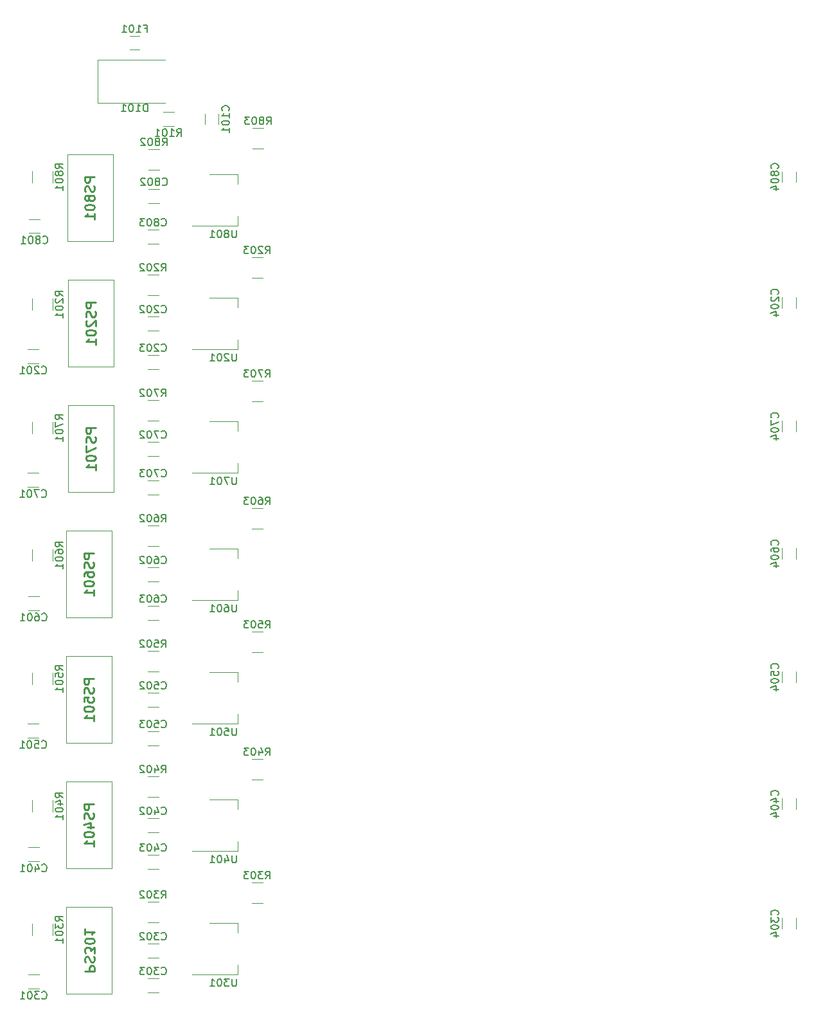
<source format=gbr>
%TF.GenerationSoftware,KiCad,Pcbnew,5.1.7-a382d34a8~87~ubuntu20.04.1*%
%TF.CreationDate,2020-11-02T17:40:13+01:00*%
%TF.ProjectId,7CellBatterySimulator_7CBS,3743656c-6c42-4617-9474-65727953696d,V1.0*%
%TF.SameCoordinates,Original*%
%TF.FileFunction,Legend,Bot*%
%TF.FilePolarity,Positive*%
%FSLAX46Y46*%
G04 Gerber Fmt 4.6, Leading zero omitted, Abs format (unit mm)*
G04 Created by KiCad (PCBNEW 5.1.7-a382d34a8~87~ubuntu20.04.1) date 2020-11-02 17:40:13*
%MOMM*%
%LPD*%
G01*
G04 APERTURE LIST*
%ADD10C,0.120000*%
%ADD11C,0.100000*%
%ADD12C,0.150000*%
%ADD13C,0.254000*%
G04 APERTURE END LIST*
D10*
%TO.C,D101*%
X63944000Y-34966000D02*
X55084000Y-34966000D01*
X55084000Y-34966000D02*
X55084000Y-29296000D01*
X55084000Y-29296000D02*
X63944000Y-29296000D01*
D11*
%TO.C,PS601*%
X56947000Y-102738000D02*
X56947000Y-91238000D01*
X56947000Y-91238000D02*
X50947000Y-91238000D01*
X50947000Y-91238000D02*
X50947000Y-102738000D01*
X50947000Y-102738000D02*
X56947000Y-102738000D01*
D10*
%TO.C,U801*%
X67528000Y-51162000D02*
X73538000Y-51162000D01*
X69778000Y-44342000D02*
X73538000Y-44342000D01*
X73538000Y-51162000D02*
X73538000Y-49902000D01*
X73538000Y-44342000D02*
X73538000Y-45602000D01*
%TO.C,U701*%
X67528000Y-83674000D02*
X73538000Y-83674000D01*
X69778000Y-76854000D02*
X73538000Y-76854000D01*
X73538000Y-83674000D02*
X73538000Y-82414000D01*
X73538000Y-76854000D02*
X73538000Y-78114000D01*
%TO.C,U601*%
X67528000Y-100438000D02*
X73538000Y-100438000D01*
X69778000Y-93618000D02*
X73538000Y-93618000D01*
X73538000Y-100438000D02*
X73538000Y-99178000D01*
X73538000Y-93618000D02*
X73538000Y-94878000D01*
%TO.C,U501*%
X67528000Y-116694000D02*
X73538000Y-116694000D01*
X69778000Y-109874000D02*
X73538000Y-109874000D01*
X73538000Y-116694000D02*
X73538000Y-115434000D01*
X73538000Y-109874000D02*
X73538000Y-111134000D01*
%TO.C,U401*%
X67528000Y-133458000D02*
X73538000Y-133458000D01*
X69778000Y-126638000D02*
X73538000Y-126638000D01*
X73538000Y-133458000D02*
X73538000Y-132198000D01*
X73538000Y-126638000D02*
X73538000Y-127898000D01*
%TO.C,U301*%
X67528000Y-149714000D02*
X73538000Y-149714000D01*
X69778000Y-142894000D02*
X73538000Y-142894000D01*
X73538000Y-149714000D02*
X73538000Y-148454000D01*
X73538000Y-142894000D02*
X73538000Y-144154000D01*
%TO.C,U201*%
X67528000Y-67418000D02*
X73538000Y-67418000D01*
X69778000Y-60598000D02*
X73538000Y-60598000D01*
X73538000Y-67418000D02*
X73538000Y-66158000D01*
X73538000Y-60598000D02*
X73538000Y-61858000D01*
%TO.C,R801*%
X46397000Y-45427737D02*
X46397000Y-43980263D01*
X49107000Y-45427737D02*
X49107000Y-43980263D01*
%TO.C,R701*%
X46397000Y-78447737D02*
X46397000Y-77000263D01*
X49107000Y-78447737D02*
X49107000Y-77000263D01*
%TO.C,R601*%
X46397000Y-95211737D02*
X46397000Y-93764263D01*
X49107000Y-95211737D02*
X49107000Y-93764263D01*
%TO.C,R501*%
X46397000Y-111467737D02*
X46397000Y-110020263D01*
X49107000Y-111467737D02*
X49107000Y-110020263D01*
%TO.C,R401*%
X46397000Y-128231737D02*
X46397000Y-126784263D01*
X49107000Y-128231737D02*
X49107000Y-126784263D01*
%TO.C,R301*%
X46397000Y-144487737D02*
X46397000Y-143040263D01*
X49107000Y-144487737D02*
X49107000Y-143040263D01*
%TO.C,R201*%
X46397000Y-62191737D02*
X46397000Y-60744263D01*
X49107000Y-62191737D02*
X49107000Y-60744263D01*
%TO.C,R803*%
X76923737Y-38269000D02*
X75476263Y-38269000D01*
X76923737Y-40979000D02*
X75476263Y-40979000D01*
%TO.C,R802*%
X63207737Y-41063000D02*
X61760263Y-41063000D01*
X63207737Y-43773000D02*
X61760263Y-43773000D01*
D11*
%TO.C,PS801*%
X51074000Y-53208000D02*
X57074000Y-53208000D01*
X51074000Y-41708000D02*
X51074000Y-53208000D01*
X57074000Y-41708000D02*
X51074000Y-41708000D01*
X57074000Y-53208000D02*
X57074000Y-41708000D01*
D10*
%TO.C,C804*%
X145267000Y-43992748D02*
X145267000Y-45415252D01*
X147087000Y-43992748D02*
X147087000Y-45415252D01*
%TO.C,C803*%
X63068252Y-51668000D02*
X61645748Y-51668000D01*
X63068252Y-53488000D02*
X61645748Y-53488000D01*
%TO.C,C802*%
X63195252Y-46334000D02*
X61772748Y-46334000D01*
X63195252Y-48154000D02*
X61772748Y-48154000D01*
%TO.C,C801*%
X46024748Y-52091000D02*
X47447252Y-52091000D01*
X46024748Y-50271000D02*
X47447252Y-50271000D01*
%TO.C,C501*%
X45859248Y-116692000D02*
X47281752Y-116692000D01*
X45859248Y-118512000D02*
X47281752Y-118512000D01*
%TO.C,R503*%
X76796737Y-107273000D02*
X75349263Y-107273000D01*
X76796737Y-104563000D02*
X75349263Y-104563000D01*
%TO.C,C303*%
X63068252Y-152040000D02*
X61645748Y-152040000D01*
X63068252Y-150220000D02*
X61645748Y-150220000D01*
%TO.C,R703*%
X76796737Y-74253000D02*
X75349263Y-74253000D01*
X76796737Y-71543000D02*
X75349263Y-71543000D01*
%TO.C,R702*%
X63080737Y-76793000D02*
X61633263Y-76793000D01*
X63080737Y-74083000D02*
X61633263Y-74083000D01*
%TO.C,R603*%
X76796737Y-91017000D02*
X75349263Y-91017000D01*
X76796737Y-88307000D02*
X75349263Y-88307000D01*
%TO.C,R602*%
X63080737Y-93303000D02*
X61633263Y-93303000D01*
X63080737Y-90593000D02*
X61633263Y-90593000D01*
%TO.C,R502*%
X63080737Y-109813000D02*
X61633263Y-109813000D01*
X63080737Y-107103000D02*
X61633263Y-107103000D01*
%TO.C,R403*%
X76796737Y-124037000D02*
X75349263Y-124037000D01*
X76796737Y-121327000D02*
X75349263Y-121327000D01*
%TO.C,R402*%
X63080737Y-126323000D02*
X61633263Y-126323000D01*
X63080737Y-123613000D02*
X61633263Y-123613000D01*
%TO.C,R303*%
X76796737Y-140293000D02*
X75349263Y-140293000D01*
X76796737Y-137583000D02*
X75349263Y-137583000D01*
%TO.C,R302*%
X63080737Y-142833000D02*
X61633263Y-142833000D01*
X63080737Y-140123000D02*
X61633263Y-140123000D01*
%TO.C,R101*%
X63661936Y-36174000D02*
X65116064Y-36174000D01*
X63661936Y-37994000D02*
X65116064Y-37994000D01*
D11*
%TO.C,PS701*%
X57201000Y-86228000D02*
X57201000Y-74728000D01*
X57201000Y-74728000D02*
X51201000Y-74728000D01*
X51201000Y-74728000D02*
X51201000Y-86228000D01*
X51201000Y-86228000D02*
X57201000Y-86228000D01*
%TO.C,PS501*%
X56947000Y-119248000D02*
X56947000Y-107748000D01*
X56947000Y-107748000D02*
X50947000Y-107748000D01*
X50947000Y-107748000D02*
X50947000Y-119248000D01*
X50947000Y-119248000D02*
X56947000Y-119248000D01*
%TO.C,PS401*%
X56947000Y-135758000D02*
X56947000Y-124258000D01*
X56947000Y-124258000D02*
X50947000Y-124258000D01*
X50947000Y-124258000D02*
X50947000Y-135758000D01*
X50947000Y-135758000D02*
X56947000Y-135758000D01*
%TO.C,PS301*%
X56947000Y-152268000D02*
X56947000Y-140768000D01*
X56947000Y-140768000D02*
X50947000Y-140768000D01*
X50947000Y-140768000D02*
X50947000Y-152268000D01*
X50947000Y-152268000D02*
X56947000Y-152268000D01*
D10*
%TO.C,F101*%
X60546064Y-27961000D02*
X59341936Y-27961000D01*
X60546064Y-26141000D02*
X59341936Y-26141000D01*
%TO.C,C704*%
X147087000Y-76797248D02*
X147087000Y-78219752D01*
X145267000Y-76797248D02*
X145267000Y-78219752D01*
%TO.C,C703*%
X63068252Y-86508000D02*
X61645748Y-86508000D01*
X63068252Y-84688000D02*
X61645748Y-84688000D01*
%TO.C,C702*%
X63068252Y-81428000D02*
X61645748Y-81428000D01*
X63068252Y-79608000D02*
X61645748Y-79608000D01*
%TO.C,C701*%
X45859248Y-83672000D02*
X47281752Y-83672000D01*
X45859248Y-85492000D02*
X47281752Y-85492000D01*
%TO.C,C604*%
X147087000Y-93561248D02*
X147087000Y-94983752D01*
X145267000Y-93561248D02*
X145267000Y-94983752D01*
%TO.C,C603*%
X63068252Y-103018000D02*
X61645748Y-103018000D01*
X63068252Y-101198000D02*
X61645748Y-101198000D01*
%TO.C,C602*%
X63068252Y-97938000D02*
X61645748Y-97938000D01*
X63068252Y-96118000D02*
X61645748Y-96118000D01*
%TO.C,C601*%
X45897748Y-99928000D02*
X47320252Y-99928000D01*
X45897748Y-101748000D02*
X47320252Y-101748000D01*
%TO.C,C504*%
X147087000Y-109817248D02*
X147087000Y-111239752D01*
X145267000Y-109817248D02*
X145267000Y-111239752D01*
%TO.C,C503*%
X63068252Y-119528000D02*
X61645748Y-119528000D01*
X63068252Y-117708000D02*
X61645748Y-117708000D01*
%TO.C,C502*%
X63068252Y-114448000D02*
X61645748Y-114448000D01*
X63068252Y-112628000D02*
X61645748Y-112628000D01*
%TO.C,C404*%
X147087000Y-126504248D02*
X147087000Y-127926752D01*
X145267000Y-126504248D02*
X145267000Y-127926752D01*
%TO.C,C403*%
X63068252Y-135784000D02*
X61645748Y-135784000D01*
X63068252Y-133964000D02*
X61645748Y-133964000D01*
%TO.C,C402*%
X63068252Y-130958000D02*
X61645748Y-130958000D01*
X63068252Y-129138000D02*
X61645748Y-129138000D01*
%TO.C,C401*%
X45897748Y-132948000D02*
X47320252Y-132948000D01*
X45897748Y-134768000D02*
X47320252Y-134768000D01*
%TO.C,C304*%
X147087000Y-142252248D02*
X147087000Y-143674752D01*
X145267000Y-142252248D02*
X145267000Y-143674752D01*
%TO.C,C302*%
X63068252Y-147468000D02*
X61645748Y-147468000D01*
X63068252Y-145648000D02*
X61645748Y-145648000D01*
%TO.C,C301*%
X45897748Y-149712000D02*
X47320252Y-149712000D01*
X45897748Y-151532000D02*
X47320252Y-151532000D01*
%TO.C,C101*%
X69194000Y-37795252D02*
X69194000Y-36372748D01*
X71014000Y-37795252D02*
X71014000Y-36372748D01*
%TO.C,C202*%
X63068252Y-64918000D02*
X61645748Y-64918000D01*
X63068252Y-63098000D02*
X61645748Y-63098000D01*
%TO.C,R203*%
X76796737Y-57997000D02*
X75349263Y-57997000D01*
X76796737Y-55287000D02*
X75349263Y-55287000D01*
%TO.C,R202*%
X63080737Y-60283000D02*
X61633263Y-60283000D01*
X63080737Y-57573000D02*
X61633263Y-57573000D01*
D11*
%TO.C,PS201*%
X57201000Y-69718000D02*
X57201000Y-58218000D01*
X57201000Y-58218000D02*
X51201000Y-58218000D01*
X51201000Y-58218000D02*
X51201000Y-69718000D01*
X51201000Y-69718000D02*
X57201000Y-69718000D01*
D10*
%TO.C,C204*%
X147087000Y-60541248D02*
X147087000Y-61963752D01*
X145267000Y-60541248D02*
X145267000Y-61963752D01*
%TO.C,C203*%
X63068252Y-69998000D02*
X61645748Y-69998000D01*
X63068252Y-68178000D02*
X61645748Y-68178000D01*
%TO.C,C201*%
X45859248Y-67416000D02*
X47281752Y-67416000D01*
X45859248Y-69236000D02*
X47281752Y-69236000D01*
%TO.C,D101*%
D12*
X61634476Y-36103380D02*
X61634476Y-35103380D01*
X61396380Y-35103380D01*
X61253523Y-35151000D01*
X61158285Y-35246238D01*
X61110666Y-35341476D01*
X61063047Y-35531952D01*
X61063047Y-35674809D01*
X61110666Y-35865285D01*
X61158285Y-35960523D01*
X61253523Y-36055761D01*
X61396380Y-36103380D01*
X61634476Y-36103380D01*
X60110666Y-36103380D02*
X60682095Y-36103380D01*
X60396380Y-36103380D02*
X60396380Y-35103380D01*
X60491619Y-35246238D01*
X60586857Y-35341476D01*
X60682095Y-35389095D01*
X59491619Y-35103380D02*
X59396380Y-35103380D01*
X59301142Y-35151000D01*
X59253523Y-35198619D01*
X59205904Y-35293857D01*
X59158285Y-35484333D01*
X59158285Y-35722428D01*
X59205904Y-35912904D01*
X59253523Y-36008142D01*
X59301142Y-36055761D01*
X59396380Y-36103380D01*
X59491619Y-36103380D01*
X59586857Y-36055761D01*
X59634476Y-36008142D01*
X59682095Y-35912904D01*
X59729714Y-35722428D01*
X59729714Y-35484333D01*
X59682095Y-35293857D01*
X59634476Y-35198619D01*
X59586857Y-35151000D01*
X59491619Y-35103380D01*
X58205904Y-36103380D02*
X58777333Y-36103380D01*
X58491619Y-36103380D02*
X58491619Y-35103380D01*
X58586857Y-35246238D01*
X58682095Y-35341476D01*
X58777333Y-35389095D01*
%TO.C,PS601*%
D13*
X54521523Y-94236333D02*
X53251523Y-94236333D01*
X53251523Y-94720142D01*
X53312000Y-94841095D01*
X53372476Y-94901571D01*
X53493428Y-94962047D01*
X53674857Y-94962047D01*
X53795809Y-94901571D01*
X53856285Y-94841095D01*
X53916761Y-94720142D01*
X53916761Y-94236333D01*
X54461047Y-95445857D02*
X54521523Y-95627285D01*
X54521523Y-95929666D01*
X54461047Y-96050619D01*
X54400571Y-96111095D01*
X54279619Y-96171571D01*
X54158666Y-96171571D01*
X54037714Y-96111095D01*
X53977238Y-96050619D01*
X53916761Y-95929666D01*
X53856285Y-95687761D01*
X53795809Y-95566809D01*
X53735333Y-95506333D01*
X53614380Y-95445857D01*
X53493428Y-95445857D01*
X53372476Y-95506333D01*
X53312000Y-95566809D01*
X53251523Y-95687761D01*
X53251523Y-95990142D01*
X53312000Y-96171571D01*
X53251523Y-97260142D02*
X53251523Y-97018238D01*
X53312000Y-96897285D01*
X53372476Y-96836809D01*
X53553904Y-96715857D01*
X53795809Y-96655380D01*
X54279619Y-96655380D01*
X54400571Y-96715857D01*
X54461047Y-96776333D01*
X54521523Y-96897285D01*
X54521523Y-97139190D01*
X54461047Y-97260142D01*
X54400571Y-97320619D01*
X54279619Y-97381095D01*
X53977238Y-97381095D01*
X53856285Y-97320619D01*
X53795809Y-97260142D01*
X53735333Y-97139190D01*
X53735333Y-96897285D01*
X53795809Y-96776333D01*
X53856285Y-96715857D01*
X53977238Y-96655380D01*
X53251523Y-98167285D02*
X53251523Y-98288238D01*
X53312000Y-98409190D01*
X53372476Y-98469666D01*
X53493428Y-98530142D01*
X53735333Y-98590619D01*
X54037714Y-98590619D01*
X54279619Y-98530142D01*
X54400571Y-98469666D01*
X54461047Y-98409190D01*
X54521523Y-98288238D01*
X54521523Y-98167285D01*
X54461047Y-98046333D01*
X54400571Y-97985857D01*
X54279619Y-97925380D01*
X54037714Y-97864904D01*
X53735333Y-97864904D01*
X53493428Y-97925380D01*
X53372476Y-97985857D01*
X53312000Y-98046333D01*
X53251523Y-98167285D01*
X54521523Y-99800142D02*
X54521523Y-99074428D01*
X54521523Y-99437285D02*
X53251523Y-99437285D01*
X53432952Y-99316333D01*
X53553904Y-99195380D01*
X53614380Y-99074428D01*
%TO.C,U801*%
D12*
X73342285Y-51704380D02*
X73342285Y-52513904D01*
X73294666Y-52609142D01*
X73247047Y-52656761D01*
X73151809Y-52704380D01*
X72961333Y-52704380D01*
X72866095Y-52656761D01*
X72818476Y-52609142D01*
X72770857Y-52513904D01*
X72770857Y-51704380D01*
X72151809Y-52132952D02*
X72247047Y-52085333D01*
X72294666Y-52037714D01*
X72342285Y-51942476D01*
X72342285Y-51894857D01*
X72294666Y-51799619D01*
X72247047Y-51752000D01*
X72151809Y-51704380D01*
X71961333Y-51704380D01*
X71866095Y-51752000D01*
X71818476Y-51799619D01*
X71770857Y-51894857D01*
X71770857Y-51942476D01*
X71818476Y-52037714D01*
X71866095Y-52085333D01*
X71961333Y-52132952D01*
X72151809Y-52132952D01*
X72247047Y-52180571D01*
X72294666Y-52228190D01*
X72342285Y-52323428D01*
X72342285Y-52513904D01*
X72294666Y-52609142D01*
X72247047Y-52656761D01*
X72151809Y-52704380D01*
X71961333Y-52704380D01*
X71866095Y-52656761D01*
X71818476Y-52609142D01*
X71770857Y-52513904D01*
X71770857Y-52323428D01*
X71818476Y-52228190D01*
X71866095Y-52180571D01*
X71961333Y-52132952D01*
X71151809Y-51704380D02*
X71056571Y-51704380D01*
X70961333Y-51752000D01*
X70913714Y-51799619D01*
X70866095Y-51894857D01*
X70818476Y-52085333D01*
X70818476Y-52323428D01*
X70866095Y-52513904D01*
X70913714Y-52609142D01*
X70961333Y-52656761D01*
X71056571Y-52704380D01*
X71151809Y-52704380D01*
X71247047Y-52656761D01*
X71294666Y-52609142D01*
X71342285Y-52513904D01*
X71389904Y-52323428D01*
X71389904Y-52085333D01*
X71342285Y-51894857D01*
X71294666Y-51799619D01*
X71247047Y-51752000D01*
X71151809Y-51704380D01*
X69866095Y-52704380D02*
X70437523Y-52704380D01*
X70151809Y-52704380D02*
X70151809Y-51704380D01*
X70247047Y-51847238D01*
X70342285Y-51942476D01*
X70437523Y-51990095D01*
%TO.C,U701*%
X73342285Y-84216380D02*
X73342285Y-85025904D01*
X73294666Y-85121142D01*
X73247047Y-85168761D01*
X73151809Y-85216380D01*
X72961333Y-85216380D01*
X72866095Y-85168761D01*
X72818476Y-85121142D01*
X72770857Y-85025904D01*
X72770857Y-84216380D01*
X72389904Y-84216380D02*
X71723238Y-84216380D01*
X72151809Y-85216380D01*
X71151809Y-84216380D02*
X71056571Y-84216380D01*
X70961333Y-84264000D01*
X70913714Y-84311619D01*
X70866095Y-84406857D01*
X70818476Y-84597333D01*
X70818476Y-84835428D01*
X70866095Y-85025904D01*
X70913714Y-85121142D01*
X70961333Y-85168761D01*
X71056571Y-85216380D01*
X71151809Y-85216380D01*
X71247047Y-85168761D01*
X71294666Y-85121142D01*
X71342285Y-85025904D01*
X71389904Y-84835428D01*
X71389904Y-84597333D01*
X71342285Y-84406857D01*
X71294666Y-84311619D01*
X71247047Y-84264000D01*
X71151809Y-84216380D01*
X69866095Y-85216380D02*
X70437523Y-85216380D01*
X70151809Y-85216380D02*
X70151809Y-84216380D01*
X70247047Y-84359238D01*
X70342285Y-84454476D01*
X70437523Y-84502095D01*
%TO.C,U601*%
X73342285Y-100980380D02*
X73342285Y-101789904D01*
X73294666Y-101885142D01*
X73247047Y-101932761D01*
X73151809Y-101980380D01*
X72961333Y-101980380D01*
X72866095Y-101932761D01*
X72818476Y-101885142D01*
X72770857Y-101789904D01*
X72770857Y-100980380D01*
X71866095Y-100980380D02*
X72056571Y-100980380D01*
X72151809Y-101028000D01*
X72199428Y-101075619D01*
X72294666Y-101218476D01*
X72342285Y-101408952D01*
X72342285Y-101789904D01*
X72294666Y-101885142D01*
X72247047Y-101932761D01*
X72151809Y-101980380D01*
X71961333Y-101980380D01*
X71866095Y-101932761D01*
X71818476Y-101885142D01*
X71770857Y-101789904D01*
X71770857Y-101551809D01*
X71818476Y-101456571D01*
X71866095Y-101408952D01*
X71961333Y-101361333D01*
X72151809Y-101361333D01*
X72247047Y-101408952D01*
X72294666Y-101456571D01*
X72342285Y-101551809D01*
X71151809Y-100980380D02*
X71056571Y-100980380D01*
X70961333Y-101028000D01*
X70913714Y-101075619D01*
X70866095Y-101170857D01*
X70818476Y-101361333D01*
X70818476Y-101599428D01*
X70866095Y-101789904D01*
X70913714Y-101885142D01*
X70961333Y-101932761D01*
X71056571Y-101980380D01*
X71151809Y-101980380D01*
X71247047Y-101932761D01*
X71294666Y-101885142D01*
X71342285Y-101789904D01*
X71389904Y-101599428D01*
X71389904Y-101361333D01*
X71342285Y-101170857D01*
X71294666Y-101075619D01*
X71247047Y-101028000D01*
X71151809Y-100980380D01*
X69866095Y-101980380D02*
X70437523Y-101980380D01*
X70151809Y-101980380D02*
X70151809Y-100980380D01*
X70247047Y-101123238D01*
X70342285Y-101218476D01*
X70437523Y-101266095D01*
%TO.C,U501*%
X73342285Y-117236380D02*
X73342285Y-118045904D01*
X73294666Y-118141142D01*
X73247047Y-118188761D01*
X73151809Y-118236380D01*
X72961333Y-118236380D01*
X72866095Y-118188761D01*
X72818476Y-118141142D01*
X72770857Y-118045904D01*
X72770857Y-117236380D01*
X71818476Y-117236380D02*
X72294666Y-117236380D01*
X72342285Y-117712571D01*
X72294666Y-117664952D01*
X72199428Y-117617333D01*
X71961333Y-117617333D01*
X71866095Y-117664952D01*
X71818476Y-117712571D01*
X71770857Y-117807809D01*
X71770857Y-118045904D01*
X71818476Y-118141142D01*
X71866095Y-118188761D01*
X71961333Y-118236380D01*
X72199428Y-118236380D01*
X72294666Y-118188761D01*
X72342285Y-118141142D01*
X71151809Y-117236380D02*
X71056571Y-117236380D01*
X70961333Y-117284000D01*
X70913714Y-117331619D01*
X70866095Y-117426857D01*
X70818476Y-117617333D01*
X70818476Y-117855428D01*
X70866095Y-118045904D01*
X70913714Y-118141142D01*
X70961333Y-118188761D01*
X71056571Y-118236380D01*
X71151809Y-118236380D01*
X71247047Y-118188761D01*
X71294666Y-118141142D01*
X71342285Y-118045904D01*
X71389904Y-117855428D01*
X71389904Y-117617333D01*
X71342285Y-117426857D01*
X71294666Y-117331619D01*
X71247047Y-117284000D01*
X71151809Y-117236380D01*
X69866095Y-118236380D02*
X70437523Y-118236380D01*
X70151809Y-118236380D02*
X70151809Y-117236380D01*
X70247047Y-117379238D01*
X70342285Y-117474476D01*
X70437523Y-117522095D01*
%TO.C,U401*%
X73342285Y-134000380D02*
X73342285Y-134809904D01*
X73294666Y-134905142D01*
X73247047Y-134952761D01*
X73151809Y-135000380D01*
X72961333Y-135000380D01*
X72866095Y-134952761D01*
X72818476Y-134905142D01*
X72770857Y-134809904D01*
X72770857Y-134000380D01*
X71866095Y-134333714D02*
X71866095Y-135000380D01*
X72104190Y-133952761D02*
X72342285Y-134667047D01*
X71723238Y-134667047D01*
X71151809Y-134000380D02*
X71056571Y-134000380D01*
X70961333Y-134048000D01*
X70913714Y-134095619D01*
X70866095Y-134190857D01*
X70818476Y-134381333D01*
X70818476Y-134619428D01*
X70866095Y-134809904D01*
X70913714Y-134905142D01*
X70961333Y-134952761D01*
X71056571Y-135000380D01*
X71151809Y-135000380D01*
X71247047Y-134952761D01*
X71294666Y-134905142D01*
X71342285Y-134809904D01*
X71389904Y-134619428D01*
X71389904Y-134381333D01*
X71342285Y-134190857D01*
X71294666Y-134095619D01*
X71247047Y-134048000D01*
X71151809Y-134000380D01*
X69866095Y-135000380D02*
X70437523Y-135000380D01*
X70151809Y-135000380D02*
X70151809Y-134000380D01*
X70247047Y-134143238D01*
X70342285Y-134238476D01*
X70437523Y-134286095D01*
%TO.C,U301*%
X73342285Y-150256380D02*
X73342285Y-151065904D01*
X73294666Y-151161142D01*
X73247047Y-151208761D01*
X73151809Y-151256380D01*
X72961333Y-151256380D01*
X72866095Y-151208761D01*
X72818476Y-151161142D01*
X72770857Y-151065904D01*
X72770857Y-150256380D01*
X72389904Y-150256380D02*
X71770857Y-150256380D01*
X72104190Y-150637333D01*
X71961333Y-150637333D01*
X71866095Y-150684952D01*
X71818476Y-150732571D01*
X71770857Y-150827809D01*
X71770857Y-151065904D01*
X71818476Y-151161142D01*
X71866095Y-151208761D01*
X71961333Y-151256380D01*
X72247047Y-151256380D01*
X72342285Y-151208761D01*
X72389904Y-151161142D01*
X71151809Y-150256380D02*
X71056571Y-150256380D01*
X70961333Y-150304000D01*
X70913714Y-150351619D01*
X70866095Y-150446857D01*
X70818476Y-150637333D01*
X70818476Y-150875428D01*
X70866095Y-151065904D01*
X70913714Y-151161142D01*
X70961333Y-151208761D01*
X71056571Y-151256380D01*
X71151809Y-151256380D01*
X71247047Y-151208761D01*
X71294666Y-151161142D01*
X71342285Y-151065904D01*
X71389904Y-150875428D01*
X71389904Y-150637333D01*
X71342285Y-150446857D01*
X71294666Y-150351619D01*
X71247047Y-150304000D01*
X71151809Y-150256380D01*
X69866095Y-151256380D02*
X70437523Y-151256380D01*
X70151809Y-151256380D02*
X70151809Y-150256380D01*
X70247047Y-150399238D01*
X70342285Y-150494476D01*
X70437523Y-150542095D01*
%TO.C,U201*%
X73342285Y-67960380D02*
X73342285Y-68769904D01*
X73294666Y-68865142D01*
X73247047Y-68912761D01*
X73151809Y-68960380D01*
X72961333Y-68960380D01*
X72866095Y-68912761D01*
X72818476Y-68865142D01*
X72770857Y-68769904D01*
X72770857Y-67960380D01*
X72342285Y-68055619D02*
X72294666Y-68008000D01*
X72199428Y-67960380D01*
X71961333Y-67960380D01*
X71866095Y-68008000D01*
X71818476Y-68055619D01*
X71770857Y-68150857D01*
X71770857Y-68246095D01*
X71818476Y-68388952D01*
X72389904Y-68960380D01*
X71770857Y-68960380D01*
X71151809Y-67960380D02*
X71056571Y-67960380D01*
X70961333Y-68008000D01*
X70913714Y-68055619D01*
X70866095Y-68150857D01*
X70818476Y-68341333D01*
X70818476Y-68579428D01*
X70866095Y-68769904D01*
X70913714Y-68865142D01*
X70961333Y-68912761D01*
X71056571Y-68960380D01*
X71151809Y-68960380D01*
X71247047Y-68912761D01*
X71294666Y-68865142D01*
X71342285Y-68769904D01*
X71389904Y-68579428D01*
X71389904Y-68341333D01*
X71342285Y-68150857D01*
X71294666Y-68055619D01*
X71247047Y-68008000D01*
X71151809Y-67960380D01*
X69866095Y-68960380D02*
X70437523Y-68960380D01*
X70151809Y-68960380D02*
X70151809Y-67960380D01*
X70247047Y-68103238D01*
X70342285Y-68198476D01*
X70437523Y-68246095D01*
%TO.C,R801*%
X50484380Y-43584952D02*
X50008190Y-43251619D01*
X50484380Y-43013523D02*
X49484380Y-43013523D01*
X49484380Y-43394476D01*
X49532000Y-43489714D01*
X49579619Y-43537333D01*
X49674857Y-43584952D01*
X49817714Y-43584952D01*
X49912952Y-43537333D01*
X49960571Y-43489714D01*
X50008190Y-43394476D01*
X50008190Y-43013523D01*
X49912952Y-44156380D02*
X49865333Y-44061142D01*
X49817714Y-44013523D01*
X49722476Y-43965904D01*
X49674857Y-43965904D01*
X49579619Y-44013523D01*
X49532000Y-44061142D01*
X49484380Y-44156380D01*
X49484380Y-44346857D01*
X49532000Y-44442095D01*
X49579619Y-44489714D01*
X49674857Y-44537333D01*
X49722476Y-44537333D01*
X49817714Y-44489714D01*
X49865333Y-44442095D01*
X49912952Y-44346857D01*
X49912952Y-44156380D01*
X49960571Y-44061142D01*
X50008190Y-44013523D01*
X50103428Y-43965904D01*
X50293904Y-43965904D01*
X50389142Y-44013523D01*
X50436761Y-44061142D01*
X50484380Y-44156380D01*
X50484380Y-44346857D01*
X50436761Y-44442095D01*
X50389142Y-44489714D01*
X50293904Y-44537333D01*
X50103428Y-44537333D01*
X50008190Y-44489714D01*
X49960571Y-44442095D01*
X49912952Y-44346857D01*
X49484380Y-45156380D02*
X49484380Y-45251619D01*
X49532000Y-45346857D01*
X49579619Y-45394476D01*
X49674857Y-45442095D01*
X49865333Y-45489714D01*
X50103428Y-45489714D01*
X50293904Y-45442095D01*
X50389142Y-45394476D01*
X50436761Y-45346857D01*
X50484380Y-45251619D01*
X50484380Y-45156380D01*
X50436761Y-45061142D01*
X50389142Y-45013523D01*
X50293904Y-44965904D01*
X50103428Y-44918285D01*
X49865333Y-44918285D01*
X49674857Y-44965904D01*
X49579619Y-45013523D01*
X49532000Y-45061142D01*
X49484380Y-45156380D01*
X50484380Y-46442095D02*
X50484380Y-45870666D01*
X50484380Y-46156380D02*
X49484380Y-46156380D01*
X49627238Y-46061142D01*
X49722476Y-45965904D01*
X49770095Y-45870666D01*
%TO.C,R701*%
X50484380Y-76604952D02*
X50008190Y-76271619D01*
X50484380Y-76033523D02*
X49484380Y-76033523D01*
X49484380Y-76414476D01*
X49532000Y-76509714D01*
X49579619Y-76557333D01*
X49674857Y-76604952D01*
X49817714Y-76604952D01*
X49912952Y-76557333D01*
X49960571Y-76509714D01*
X50008190Y-76414476D01*
X50008190Y-76033523D01*
X49484380Y-76938285D02*
X49484380Y-77604952D01*
X50484380Y-77176380D01*
X49484380Y-78176380D02*
X49484380Y-78271619D01*
X49532000Y-78366857D01*
X49579619Y-78414476D01*
X49674857Y-78462095D01*
X49865333Y-78509714D01*
X50103428Y-78509714D01*
X50293904Y-78462095D01*
X50389142Y-78414476D01*
X50436761Y-78366857D01*
X50484380Y-78271619D01*
X50484380Y-78176380D01*
X50436761Y-78081142D01*
X50389142Y-78033523D01*
X50293904Y-77985904D01*
X50103428Y-77938285D01*
X49865333Y-77938285D01*
X49674857Y-77985904D01*
X49579619Y-78033523D01*
X49532000Y-78081142D01*
X49484380Y-78176380D01*
X50484380Y-79462095D02*
X50484380Y-78890666D01*
X50484380Y-79176380D02*
X49484380Y-79176380D01*
X49627238Y-79081142D01*
X49722476Y-78985904D01*
X49770095Y-78890666D01*
%TO.C,R601*%
X50484380Y-93368952D02*
X50008190Y-93035619D01*
X50484380Y-92797523D02*
X49484380Y-92797523D01*
X49484380Y-93178476D01*
X49532000Y-93273714D01*
X49579619Y-93321333D01*
X49674857Y-93368952D01*
X49817714Y-93368952D01*
X49912952Y-93321333D01*
X49960571Y-93273714D01*
X50008190Y-93178476D01*
X50008190Y-92797523D01*
X49484380Y-94226095D02*
X49484380Y-94035619D01*
X49532000Y-93940380D01*
X49579619Y-93892761D01*
X49722476Y-93797523D01*
X49912952Y-93749904D01*
X50293904Y-93749904D01*
X50389142Y-93797523D01*
X50436761Y-93845142D01*
X50484380Y-93940380D01*
X50484380Y-94130857D01*
X50436761Y-94226095D01*
X50389142Y-94273714D01*
X50293904Y-94321333D01*
X50055809Y-94321333D01*
X49960571Y-94273714D01*
X49912952Y-94226095D01*
X49865333Y-94130857D01*
X49865333Y-93940380D01*
X49912952Y-93845142D01*
X49960571Y-93797523D01*
X50055809Y-93749904D01*
X49484380Y-94940380D02*
X49484380Y-95035619D01*
X49532000Y-95130857D01*
X49579619Y-95178476D01*
X49674857Y-95226095D01*
X49865333Y-95273714D01*
X50103428Y-95273714D01*
X50293904Y-95226095D01*
X50389142Y-95178476D01*
X50436761Y-95130857D01*
X50484380Y-95035619D01*
X50484380Y-94940380D01*
X50436761Y-94845142D01*
X50389142Y-94797523D01*
X50293904Y-94749904D01*
X50103428Y-94702285D01*
X49865333Y-94702285D01*
X49674857Y-94749904D01*
X49579619Y-94797523D01*
X49532000Y-94845142D01*
X49484380Y-94940380D01*
X50484380Y-96226095D02*
X50484380Y-95654666D01*
X50484380Y-95940380D02*
X49484380Y-95940380D01*
X49627238Y-95845142D01*
X49722476Y-95749904D01*
X49770095Y-95654666D01*
%TO.C,R501*%
X50484380Y-109624952D02*
X50008190Y-109291619D01*
X50484380Y-109053523D02*
X49484380Y-109053523D01*
X49484380Y-109434476D01*
X49532000Y-109529714D01*
X49579619Y-109577333D01*
X49674857Y-109624952D01*
X49817714Y-109624952D01*
X49912952Y-109577333D01*
X49960571Y-109529714D01*
X50008190Y-109434476D01*
X50008190Y-109053523D01*
X49484380Y-110529714D02*
X49484380Y-110053523D01*
X49960571Y-110005904D01*
X49912952Y-110053523D01*
X49865333Y-110148761D01*
X49865333Y-110386857D01*
X49912952Y-110482095D01*
X49960571Y-110529714D01*
X50055809Y-110577333D01*
X50293904Y-110577333D01*
X50389142Y-110529714D01*
X50436761Y-110482095D01*
X50484380Y-110386857D01*
X50484380Y-110148761D01*
X50436761Y-110053523D01*
X50389142Y-110005904D01*
X49484380Y-111196380D02*
X49484380Y-111291619D01*
X49532000Y-111386857D01*
X49579619Y-111434476D01*
X49674857Y-111482095D01*
X49865333Y-111529714D01*
X50103428Y-111529714D01*
X50293904Y-111482095D01*
X50389142Y-111434476D01*
X50436761Y-111386857D01*
X50484380Y-111291619D01*
X50484380Y-111196380D01*
X50436761Y-111101142D01*
X50389142Y-111053523D01*
X50293904Y-111005904D01*
X50103428Y-110958285D01*
X49865333Y-110958285D01*
X49674857Y-111005904D01*
X49579619Y-111053523D01*
X49532000Y-111101142D01*
X49484380Y-111196380D01*
X50484380Y-112482095D02*
X50484380Y-111910666D01*
X50484380Y-112196380D02*
X49484380Y-112196380D01*
X49627238Y-112101142D01*
X49722476Y-112005904D01*
X49770095Y-111910666D01*
%TO.C,R401*%
X50484380Y-126388952D02*
X50008190Y-126055619D01*
X50484380Y-125817523D02*
X49484380Y-125817523D01*
X49484380Y-126198476D01*
X49532000Y-126293714D01*
X49579619Y-126341333D01*
X49674857Y-126388952D01*
X49817714Y-126388952D01*
X49912952Y-126341333D01*
X49960571Y-126293714D01*
X50008190Y-126198476D01*
X50008190Y-125817523D01*
X49817714Y-127246095D02*
X50484380Y-127246095D01*
X49436761Y-127008000D02*
X50151047Y-126769904D01*
X50151047Y-127388952D01*
X49484380Y-127960380D02*
X49484380Y-128055619D01*
X49532000Y-128150857D01*
X49579619Y-128198476D01*
X49674857Y-128246095D01*
X49865333Y-128293714D01*
X50103428Y-128293714D01*
X50293904Y-128246095D01*
X50389142Y-128198476D01*
X50436761Y-128150857D01*
X50484380Y-128055619D01*
X50484380Y-127960380D01*
X50436761Y-127865142D01*
X50389142Y-127817523D01*
X50293904Y-127769904D01*
X50103428Y-127722285D01*
X49865333Y-127722285D01*
X49674857Y-127769904D01*
X49579619Y-127817523D01*
X49532000Y-127865142D01*
X49484380Y-127960380D01*
X50484380Y-129246095D02*
X50484380Y-128674666D01*
X50484380Y-128960380D02*
X49484380Y-128960380D01*
X49627238Y-128865142D01*
X49722476Y-128769904D01*
X49770095Y-128674666D01*
%TO.C,R301*%
X50484380Y-142644952D02*
X50008190Y-142311619D01*
X50484380Y-142073523D02*
X49484380Y-142073523D01*
X49484380Y-142454476D01*
X49532000Y-142549714D01*
X49579619Y-142597333D01*
X49674857Y-142644952D01*
X49817714Y-142644952D01*
X49912952Y-142597333D01*
X49960571Y-142549714D01*
X50008190Y-142454476D01*
X50008190Y-142073523D01*
X49484380Y-142978285D02*
X49484380Y-143597333D01*
X49865333Y-143264000D01*
X49865333Y-143406857D01*
X49912952Y-143502095D01*
X49960571Y-143549714D01*
X50055809Y-143597333D01*
X50293904Y-143597333D01*
X50389142Y-143549714D01*
X50436761Y-143502095D01*
X50484380Y-143406857D01*
X50484380Y-143121142D01*
X50436761Y-143025904D01*
X50389142Y-142978285D01*
X49484380Y-144216380D02*
X49484380Y-144311619D01*
X49532000Y-144406857D01*
X49579619Y-144454476D01*
X49674857Y-144502095D01*
X49865333Y-144549714D01*
X50103428Y-144549714D01*
X50293904Y-144502095D01*
X50389142Y-144454476D01*
X50436761Y-144406857D01*
X50484380Y-144311619D01*
X50484380Y-144216380D01*
X50436761Y-144121142D01*
X50389142Y-144073523D01*
X50293904Y-144025904D01*
X50103428Y-143978285D01*
X49865333Y-143978285D01*
X49674857Y-144025904D01*
X49579619Y-144073523D01*
X49532000Y-144121142D01*
X49484380Y-144216380D01*
X50484380Y-145502095D02*
X50484380Y-144930666D01*
X50484380Y-145216380D02*
X49484380Y-145216380D01*
X49627238Y-145121142D01*
X49722476Y-145025904D01*
X49770095Y-144930666D01*
%TO.C,R201*%
X50484380Y-60348952D02*
X50008190Y-60015619D01*
X50484380Y-59777523D02*
X49484380Y-59777523D01*
X49484380Y-60158476D01*
X49532000Y-60253714D01*
X49579619Y-60301333D01*
X49674857Y-60348952D01*
X49817714Y-60348952D01*
X49912952Y-60301333D01*
X49960571Y-60253714D01*
X50008190Y-60158476D01*
X50008190Y-59777523D01*
X49579619Y-60729904D02*
X49532000Y-60777523D01*
X49484380Y-60872761D01*
X49484380Y-61110857D01*
X49532000Y-61206095D01*
X49579619Y-61253714D01*
X49674857Y-61301333D01*
X49770095Y-61301333D01*
X49912952Y-61253714D01*
X50484380Y-60682285D01*
X50484380Y-61301333D01*
X49484380Y-61920380D02*
X49484380Y-62015619D01*
X49532000Y-62110857D01*
X49579619Y-62158476D01*
X49674857Y-62206095D01*
X49865333Y-62253714D01*
X50103428Y-62253714D01*
X50293904Y-62206095D01*
X50389142Y-62158476D01*
X50436761Y-62110857D01*
X50484380Y-62015619D01*
X50484380Y-61920380D01*
X50436761Y-61825142D01*
X50389142Y-61777523D01*
X50293904Y-61729904D01*
X50103428Y-61682285D01*
X49865333Y-61682285D01*
X49674857Y-61729904D01*
X49579619Y-61777523D01*
X49532000Y-61825142D01*
X49484380Y-61920380D01*
X50484380Y-63206095D02*
X50484380Y-62634666D01*
X50484380Y-62920380D02*
X49484380Y-62920380D01*
X49627238Y-62825142D01*
X49722476Y-62729904D01*
X49770095Y-62634666D01*
%TO.C,R803*%
X77319047Y-37796380D02*
X77652380Y-37320190D01*
X77890476Y-37796380D02*
X77890476Y-36796380D01*
X77509523Y-36796380D01*
X77414285Y-36844000D01*
X77366666Y-36891619D01*
X77319047Y-36986857D01*
X77319047Y-37129714D01*
X77366666Y-37224952D01*
X77414285Y-37272571D01*
X77509523Y-37320190D01*
X77890476Y-37320190D01*
X76747619Y-37224952D02*
X76842857Y-37177333D01*
X76890476Y-37129714D01*
X76938095Y-37034476D01*
X76938095Y-36986857D01*
X76890476Y-36891619D01*
X76842857Y-36844000D01*
X76747619Y-36796380D01*
X76557142Y-36796380D01*
X76461904Y-36844000D01*
X76414285Y-36891619D01*
X76366666Y-36986857D01*
X76366666Y-37034476D01*
X76414285Y-37129714D01*
X76461904Y-37177333D01*
X76557142Y-37224952D01*
X76747619Y-37224952D01*
X76842857Y-37272571D01*
X76890476Y-37320190D01*
X76938095Y-37415428D01*
X76938095Y-37605904D01*
X76890476Y-37701142D01*
X76842857Y-37748761D01*
X76747619Y-37796380D01*
X76557142Y-37796380D01*
X76461904Y-37748761D01*
X76414285Y-37701142D01*
X76366666Y-37605904D01*
X76366666Y-37415428D01*
X76414285Y-37320190D01*
X76461904Y-37272571D01*
X76557142Y-37224952D01*
X75747619Y-36796380D02*
X75652380Y-36796380D01*
X75557142Y-36844000D01*
X75509523Y-36891619D01*
X75461904Y-36986857D01*
X75414285Y-37177333D01*
X75414285Y-37415428D01*
X75461904Y-37605904D01*
X75509523Y-37701142D01*
X75557142Y-37748761D01*
X75652380Y-37796380D01*
X75747619Y-37796380D01*
X75842857Y-37748761D01*
X75890476Y-37701142D01*
X75938095Y-37605904D01*
X75985714Y-37415428D01*
X75985714Y-37177333D01*
X75938095Y-36986857D01*
X75890476Y-36891619D01*
X75842857Y-36844000D01*
X75747619Y-36796380D01*
X75080952Y-36796380D02*
X74461904Y-36796380D01*
X74795238Y-37177333D01*
X74652380Y-37177333D01*
X74557142Y-37224952D01*
X74509523Y-37272571D01*
X74461904Y-37367809D01*
X74461904Y-37605904D01*
X74509523Y-37701142D01*
X74557142Y-37748761D01*
X74652380Y-37796380D01*
X74938095Y-37796380D01*
X75033333Y-37748761D01*
X75080952Y-37701142D01*
%TO.C,R802*%
X63603047Y-40590380D02*
X63936380Y-40114190D01*
X64174476Y-40590380D02*
X64174476Y-39590380D01*
X63793523Y-39590380D01*
X63698285Y-39638000D01*
X63650666Y-39685619D01*
X63603047Y-39780857D01*
X63603047Y-39923714D01*
X63650666Y-40018952D01*
X63698285Y-40066571D01*
X63793523Y-40114190D01*
X64174476Y-40114190D01*
X63031619Y-40018952D02*
X63126857Y-39971333D01*
X63174476Y-39923714D01*
X63222095Y-39828476D01*
X63222095Y-39780857D01*
X63174476Y-39685619D01*
X63126857Y-39638000D01*
X63031619Y-39590380D01*
X62841142Y-39590380D01*
X62745904Y-39638000D01*
X62698285Y-39685619D01*
X62650666Y-39780857D01*
X62650666Y-39828476D01*
X62698285Y-39923714D01*
X62745904Y-39971333D01*
X62841142Y-40018952D01*
X63031619Y-40018952D01*
X63126857Y-40066571D01*
X63174476Y-40114190D01*
X63222095Y-40209428D01*
X63222095Y-40399904D01*
X63174476Y-40495142D01*
X63126857Y-40542761D01*
X63031619Y-40590380D01*
X62841142Y-40590380D01*
X62745904Y-40542761D01*
X62698285Y-40495142D01*
X62650666Y-40399904D01*
X62650666Y-40209428D01*
X62698285Y-40114190D01*
X62745904Y-40066571D01*
X62841142Y-40018952D01*
X62031619Y-39590380D02*
X61936380Y-39590380D01*
X61841142Y-39638000D01*
X61793523Y-39685619D01*
X61745904Y-39780857D01*
X61698285Y-39971333D01*
X61698285Y-40209428D01*
X61745904Y-40399904D01*
X61793523Y-40495142D01*
X61841142Y-40542761D01*
X61936380Y-40590380D01*
X62031619Y-40590380D01*
X62126857Y-40542761D01*
X62174476Y-40495142D01*
X62222095Y-40399904D01*
X62269714Y-40209428D01*
X62269714Y-39971333D01*
X62222095Y-39780857D01*
X62174476Y-39685619D01*
X62126857Y-39638000D01*
X62031619Y-39590380D01*
X61317333Y-39685619D02*
X61269714Y-39638000D01*
X61174476Y-39590380D01*
X60936380Y-39590380D01*
X60841142Y-39638000D01*
X60793523Y-39685619D01*
X60745904Y-39780857D01*
X60745904Y-39876095D01*
X60793523Y-40018952D01*
X61364952Y-40590380D01*
X60745904Y-40590380D01*
%TO.C,PS801*%
D13*
X54648523Y-44706333D02*
X53378523Y-44706333D01*
X53378523Y-45190142D01*
X53439000Y-45311095D01*
X53499476Y-45371571D01*
X53620428Y-45432047D01*
X53801857Y-45432047D01*
X53922809Y-45371571D01*
X53983285Y-45311095D01*
X54043761Y-45190142D01*
X54043761Y-44706333D01*
X54588047Y-45915857D02*
X54648523Y-46097285D01*
X54648523Y-46399666D01*
X54588047Y-46520619D01*
X54527571Y-46581095D01*
X54406619Y-46641571D01*
X54285666Y-46641571D01*
X54164714Y-46581095D01*
X54104238Y-46520619D01*
X54043761Y-46399666D01*
X53983285Y-46157761D01*
X53922809Y-46036809D01*
X53862333Y-45976333D01*
X53741380Y-45915857D01*
X53620428Y-45915857D01*
X53499476Y-45976333D01*
X53439000Y-46036809D01*
X53378523Y-46157761D01*
X53378523Y-46460142D01*
X53439000Y-46641571D01*
X53922809Y-47367285D02*
X53862333Y-47246333D01*
X53801857Y-47185857D01*
X53680904Y-47125380D01*
X53620428Y-47125380D01*
X53499476Y-47185857D01*
X53439000Y-47246333D01*
X53378523Y-47367285D01*
X53378523Y-47609190D01*
X53439000Y-47730142D01*
X53499476Y-47790619D01*
X53620428Y-47851095D01*
X53680904Y-47851095D01*
X53801857Y-47790619D01*
X53862333Y-47730142D01*
X53922809Y-47609190D01*
X53922809Y-47367285D01*
X53983285Y-47246333D01*
X54043761Y-47185857D01*
X54164714Y-47125380D01*
X54406619Y-47125380D01*
X54527571Y-47185857D01*
X54588047Y-47246333D01*
X54648523Y-47367285D01*
X54648523Y-47609190D01*
X54588047Y-47730142D01*
X54527571Y-47790619D01*
X54406619Y-47851095D01*
X54164714Y-47851095D01*
X54043761Y-47790619D01*
X53983285Y-47730142D01*
X53922809Y-47609190D01*
X53378523Y-48637285D02*
X53378523Y-48758238D01*
X53439000Y-48879190D01*
X53499476Y-48939666D01*
X53620428Y-49000142D01*
X53862333Y-49060619D01*
X54164714Y-49060619D01*
X54406619Y-49000142D01*
X54527571Y-48939666D01*
X54588047Y-48879190D01*
X54648523Y-48758238D01*
X54648523Y-48637285D01*
X54588047Y-48516333D01*
X54527571Y-48455857D01*
X54406619Y-48395380D01*
X54164714Y-48334904D01*
X53862333Y-48334904D01*
X53620428Y-48395380D01*
X53499476Y-48455857D01*
X53439000Y-48516333D01*
X53378523Y-48637285D01*
X54648523Y-50270142D02*
X54648523Y-49544428D01*
X54648523Y-49907285D02*
X53378523Y-49907285D01*
X53559952Y-49786333D01*
X53680904Y-49665380D01*
X53741380Y-49544428D01*
%TO.C,C804*%
D12*
X144684142Y-43584952D02*
X144731761Y-43537333D01*
X144779380Y-43394476D01*
X144779380Y-43299238D01*
X144731761Y-43156380D01*
X144636523Y-43061142D01*
X144541285Y-43013523D01*
X144350809Y-42965904D01*
X144207952Y-42965904D01*
X144017476Y-43013523D01*
X143922238Y-43061142D01*
X143827000Y-43156380D01*
X143779380Y-43299238D01*
X143779380Y-43394476D01*
X143827000Y-43537333D01*
X143874619Y-43584952D01*
X144207952Y-44156380D02*
X144160333Y-44061142D01*
X144112714Y-44013523D01*
X144017476Y-43965904D01*
X143969857Y-43965904D01*
X143874619Y-44013523D01*
X143827000Y-44061142D01*
X143779380Y-44156380D01*
X143779380Y-44346857D01*
X143827000Y-44442095D01*
X143874619Y-44489714D01*
X143969857Y-44537333D01*
X144017476Y-44537333D01*
X144112714Y-44489714D01*
X144160333Y-44442095D01*
X144207952Y-44346857D01*
X144207952Y-44156380D01*
X144255571Y-44061142D01*
X144303190Y-44013523D01*
X144398428Y-43965904D01*
X144588904Y-43965904D01*
X144684142Y-44013523D01*
X144731761Y-44061142D01*
X144779380Y-44156380D01*
X144779380Y-44346857D01*
X144731761Y-44442095D01*
X144684142Y-44489714D01*
X144588904Y-44537333D01*
X144398428Y-44537333D01*
X144303190Y-44489714D01*
X144255571Y-44442095D01*
X144207952Y-44346857D01*
X143779380Y-45156380D02*
X143779380Y-45251619D01*
X143827000Y-45346857D01*
X143874619Y-45394476D01*
X143969857Y-45442095D01*
X144160333Y-45489714D01*
X144398428Y-45489714D01*
X144588904Y-45442095D01*
X144684142Y-45394476D01*
X144731761Y-45346857D01*
X144779380Y-45251619D01*
X144779380Y-45156380D01*
X144731761Y-45061142D01*
X144684142Y-45013523D01*
X144588904Y-44965904D01*
X144398428Y-44918285D01*
X144160333Y-44918285D01*
X143969857Y-44965904D01*
X143874619Y-45013523D01*
X143827000Y-45061142D01*
X143779380Y-45156380D01*
X144112714Y-46346857D02*
X144779380Y-46346857D01*
X143731761Y-46108761D02*
X144446047Y-45870666D01*
X144446047Y-46489714D01*
%TO.C,C803*%
X63476047Y-51085142D02*
X63523666Y-51132761D01*
X63666523Y-51180380D01*
X63761761Y-51180380D01*
X63904619Y-51132761D01*
X63999857Y-51037523D01*
X64047476Y-50942285D01*
X64095095Y-50751809D01*
X64095095Y-50608952D01*
X64047476Y-50418476D01*
X63999857Y-50323238D01*
X63904619Y-50228000D01*
X63761761Y-50180380D01*
X63666523Y-50180380D01*
X63523666Y-50228000D01*
X63476047Y-50275619D01*
X62904619Y-50608952D02*
X62999857Y-50561333D01*
X63047476Y-50513714D01*
X63095095Y-50418476D01*
X63095095Y-50370857D01*
X63047476Y-50275619D01*
X62999857Y-50228000D01*
X62904619Y-50180380D01*
X62714142Y-50180380D01*
X62618904Y-50228000D01*
X62571285Y-50275619D01*
X62523666Y-50370857D01*
X62523666Y-50418476D01*
X62571285Y-50513714D01*
X62618904Y-50561333D01*
X62714142Y-50608952D01*
X62904619Y-50608952D01*
X62999857Y-50656571D01*
X63047476Y-50704190D01*
X63095095Y-50799428D01*
X63095095Y-50989904D01*
X63047476Y-51085142D01*
X62999857Y-51132761D01*
X62904619Y-51180380D01*
X62714142Y-51180380D01*
X62618904Y-51132761D01*
X62571285Y-51085142D01*
X62523666Y-50989904D01*
X62523666Y-50799428D01*
X62571285Y-50704190D01*
X62618904Y-50656571D01*
X62714142Y-50608952D01*
X61904619Y-50180380D02*
X61809380Y-50180380D01*
X61714142Y-50228000D01*
X61666523Y-50275619D01*
X61618904Y-50370857D01*
X61571285Y-50561333D01*
X61571285Y-50799428D01*
X61618904Y-50989904D01*
X61666523Y-51085142D01*
X61714142Y-51132761D01*
X61809380Y-51180380D01*
X61904619Y-51180380D01*
X61999857Y-51132761D01*
X62047476Y-51085142D01*
X62095095Y-50989904D01*
X62142714Y-50799428D01*
X62142714Y-50561333D01*
X62095095Y-50370857D01*
X62047476Y-50275619D01*
X61999857Y-50228000D01*
X61904619Y-50180380D01*
X61237952Y-50180380D02*
X60618904Y-50180380D01*
X60952238Y-50561333D01*
X60809380Y-50561333D01*
X60714142Y-50608952D01*
X60666523Y-50656571D01*
X60618904Y-50751809D01*
X60618904Y-50989904D01*
X60666523Y-51085142D01*
X60714142Y-51132761D01*
X60809380Y-51180380D01*
X61095095Y-51180380D01*
X61190333Y-51132761D01*
X61237952Y-51085142D01*
%TO.C,C802*%
X63603047Y-45751142D02*
X63650666Y-45798761D01*
X63793523Y-45846380D01*
X63888761Y-45846380D01*
X64031619Y-45798761D01*
X64126857Y-45703523D01*
X64174476Y-45608285D01*
X64222095Y-45417809D01*
X64222095Y-45274952D01*
X64174476Y-45084476D01*
X64126857Y-44989238D01*
X64031619Y-44894000D01*
X63888761Y-44846380D01*
X63793523Y-44846380D01*
X63650666Y-44894000D01*
X63603047Y-44941619D01*
X63031619Y-45274952D02*
X63126857Y-45227333D01*
X63174476Y-45179714D01*
X63222095Y-45084476D01*
X63222095Y-45036857D01*
X63174476Y-44941619D01*
X63126857Y-44894000D01*
X63031619Y-44846380D01*
X62841142Y-44846380D01*
X62745904Y-44894000D01*
X62698285Y-44941619D01*
X62650666Y-45036857D01*
X62650666Y-45084476D01*
X62698285Y-45179714D01*
X62745904Y-45227333D01*
X62841142Y-45274952D01*
X63031619Y-45274952D01*
X63126857Y-45322571D01*
X63174476Y-45370190D01*
X63222095Y-45465428D01*
X63222095Y-45655904D01*
X63174476Y-45751142D01*
X63126857Y-45798761D01*
X63031619Y-45846380D01*
X62841142Y-45846380D01*
X62745904Y-45798761D01*
X62698285Y-45751142D01*
X62650666Y-45655904D01*
X62650666Y-45465428D01*
X62698285Y-45370190D01*
X62745904Y-45322571D01*
X62841142Y-45274952D01*
X62031619Y-44846380D02*
X61936380Y-44846380D01*
X61841142Y-44894000D01*
X61793523Y-44941619D01*
X61745904Y-45036857D01*
X61698285Y-45227333D01*
X61698285Y-45465428D01*
X61745904Y-45655904D01*
X61793523Y-45751142D01*
X61841142Y-45798761D01*
X61936380Y-45846380D01*
X62031619Y-45846380D01*
X62126857Y-45798761D01*
X62174476Y-45751142D01*
X62222095Y-45655904D01*
X62269714Y-45465428D01*
X62269714Y-45227333D01*
X62222095Y-45036857D01*
X62174476Y-44941619D01*
X62126857Y-44894000D01*
X62031619Y-44846380D01*
X61317333Y-44941619D02*
X61269714Y-44894000D01*
X61174476Y-44846380D01*
X60936380Y-44846380D01*
X60841142Y-44894000D01*
X60793523Y-44941619D01*
X60745904Y-45036857D01*
X60745904Y-45132095D01*
X60793523Y-45274952D01*
X61364952Y-45846380D01*
X60745904Y-45846380D01*
%TO.C,C801*%
X47855047Y-53388142D02*
X47902666Y-53435761D01*
X48045523Y-53483380D01*
X48140761Y-53483380D01*
X48283619Y-53435761D01*
X48378857Y-53340523D01*
X48426476Y-53245285D01*
X48474095Y-53054809D01*
X48474095Y-52911952D01*
X48426476Y-52721476D01*
X48378857Y-52626238D01*
X48283619Y-52531000D01*
X48140761Y-52483380D01*
X48045523Y-52483380D01*
X47902666Y-52531000D01*
X47855047Y-52578619D01*
X47283619Y-52911952D02*
X47378857Y-52864333D01*
X47426476Y-52816714D01*
X47474095Y-52721476D01*
X47474095Y-52673857D01*
X47426476Y-52578619D01*
X47378857Y-52531000D01*
X47283619Y-52483380D01*
X47093142Y-52483380D01*
X46997904Y-52531000D01*
X46950285Y-52578619D01*
X46902666Y-52673857D01*
X46902666Y-52721476D01*
X46950285Y-52816714D01*
X46997904Y-52864333D01*
X47093142Y-52911952D01*
X47283619Y-52911952D01*
X47378857Y-52959571D01*
X47426476Y-53007190D01*
X47474095Y-53102428D01*
X47474095Y-53292904D01*
X47426476Y-53388142D01*
X47378857Y-53435761D01*
X47283619Y-53483380D01*
X47093142Y-53483380D01*
X46997904Y-53435761D01*
X46950285Y-53388142D01*
X46902666Y-53292904D01*
X46902666Y-53102428D01*
X46950285Y-53007190D01*
X46997904Y-52959571D01*
X47093142Y-52911952D01*
X46283619Y-52483380D02*
X46188380Y-52483380D01*
X46093142Y-52531000D01*
X46045523Y-52578619D01*
X45997904Y-52673857D01*
X45950285Y-52864333D01*
X45950285Y-53102428D01*
X45997904Y-53292904D01*
X46045523Y-53388142D01*
X46093142Y-53435761D01*
X46188380Y-53483380D01*
X46283619Y-53483380D01*
X46378857Y-53435761D01*
X46426476Y-53388142D01*
X46474095Y-53292904D01*
X46521714Y-53102428D01*
X46521714Y-52864333D01*
X46474095Y-52673857D01*
X46426476Y-52578619D01*
X46378857Y-52531000D01*
X46283619Y-52483380D01*
X44997904Y-53483380D02*
X45569333Y-53483380D01*
X45283619Y-53483380D02*
X45283619Y-52483380D01*
X45378857Y-52626238D01*
X45474095Y-52721476D01*
X45569333Y-52769095D01*
%TO.C,C501*%
X47689547Y-119809142D02*
X47737166Y-119856761D01*
X47880023Y-119904380D01*
X47975261Y-119904380D01*
X48118119Y-119856761D01*
X48213357Y-119761523D01*
X48260976Y-119666285D01*
X48308595Y-119475809D01*
X48308595Y-119332952D01*
X48260976Y-119142476D01*
X48213357Y-119047238D01*
X48118119Y-118952000D01*
X47975261Y-118904380D01*
X47880023Y-118904380D01*
X47737166Y-118952000D01*
X47689547Y-118999619D01*
X46784785Y-118904380D02*
X47260976Y-118904380D01*
X47308595Y-119380571D01*
X47260976Y-119332952D01*
X47165738Y-119285333D01*
X46927642Y-119285333D01*
X46832404Y-119332952D01*
X46784785Y-119380571D01*
X46737166Y-119475809D01*
X46737166Y-119713904D01*
X46784785Y-119809142D01*
X46832404Y-119856761D01*
X46927642Y-119904380D01*
X47165738Y-119904380D01*
X47260976Y-119856761D01*
X47308595Y-119809142D01*
X46118119Y-118904380D02*
X46022880Y-118904380D01*
X45927642Y-118952000D01*
X45880023Y-118999619D01*
X45832404Y-119094857D01*
X45784785Y-119285333D01*
X45784785Y-119523428D01*
X45832404Y-119713904D01*
X45880023Y-119809142D01*
X45927642Y-119856761D01*
X46022880Y-119904380D01*
X46118119Y-119904380D01*
X46213357Y-119856761D01*
X46260976Y-119809142D01*
X46308595Y-119713904D01*
X46356214Y-119523428D01*
X46356214Y-119285333D01*
X46308595Y-119094857D01*
X46260976Y-118999619D01*
X46213357Y-118952000D01*
X46118119Y-118904380D01*
X44832404Y-119904380D02*
X45403833Y-119904380D01*
X45118119Y-119904380D02*
X45118119Y-118904380D01*
X45213357Y-119047238D01*
X45308595Y-119142476D01*
X45403833Y-119190095D01*
%TO.C,R503*%
X77192047Y-104090380D02*
X77525380Y-103614190D01*
X77763476Y-104090380D02*
X77763476Y-103090380D01*
X77382523Y-103090380D01*
X77287285Y-103138000D01*
X77239666Y-103185619D01*
X77192047Y-103280857D01*
X77192047Y-103423714D01*
X77239666Y-103518952D01*
X77287285Y-103566571D01*
X77382523Y-103614190D01*
X77763476Y-103614190D01*
X76287285Y-103090380D02*
X76763476Y-103090380D01*
X76811095Y-103566571D01*
X76763476Y-103518952D01*
X76668238Y-103471333D01*
X76430142Y-103471333D01*
X76334904Y-103518952D01*
X76287285Y-103566571D01*
X76239666Y-103661809D01*
X76239666Y-103899904D01*
X76287285Y-103995142D01*
X76334904Y-104042761D01*
X76430142Y-104090380D01*
X76668238Y-104090380D01*
X76763476Y-104042761D01*
X76811095Y-103995142D01*
X75620619Y-103090380D02*
X75525380Y-103090380D01*
X75430142Y-103138000D01*
X75382523Y-103185619D01*
X75334904Y-103280857D01*
X75287285Y-103471333D01*
X75287285Y-103709428D01*
X75334904Y-103899904D01*
X75382523Y-103995142D01*
X75430142Y-104042761D01*
X75525380Y-104090380D01*
X75620619Y-104090380D01*
X75715857Y-104042761D01*
X75763476Y-103995142D01*
X75811095Y-103899904D01*
X75858714Y-103709428D01*
X75858714Y-103471333D01*
X75811095Y-103280857D01*
X75763476Y-103185619D01*
X75715857Y-103138000D01*
X75620619Y-103090380D01*
X74953952Y-103090380D02*
X74334904Y-103090380D01*
X74668238Y-103471333D01*
X74525380Y-103471333D01*
X74430142Y-103518952D01*
X74382523Y-103566571D01*
X74334904Y-103661809D01*
X74334904Y-103899904D01*
X74382523Y-103995142D01*
X74430142Y-104042761D01*
X74525380Y-104090380D01*
X74811095Y-104090380D01*
X74906333Y-104042761D01*
X74953952Y-103995142D01*
%TO.C,C303*%
X63476047Y-149637142D02*
X63523666Y-149684761D01*
X63666523Y-149732380D01*
X63761761Y-149732380D01*
X63904619Y-149684761D01*
X63999857Y-149589523D01*
X64047476Y-149494285D01*
X64095095Y-149303809D01*
X64095095Y-149160952D01*
X64047476Y-148970476D01*
X63999857Y-148875238D01*
X63904619Y-148780000D01*
X63761761Y-148732380D01*
X63666523Y-148732380D01*
X63523666Y-148780000D01*
X63476047Y-148827619D01*
X63142714Y-148732380D02*
X62523666Y-148732380D01*
X62857000Y-149113333D01*
X62714142Y-149113333D01*
X62618904Y-149160952D01*
X62571285Y-149208571D01*
X62523666Y-149303809D01*
X62523666Y-149541904D01*
X62571285Y-149637142D01*
X62618904Y-149684761D01*
X62714142Y-149732380D01*
X62999857Y-149732380D01*
X63095095Y-149684761D01*
X63142714Y-149637142D01*
X61904619Y-148732380D02*
X61809380Y-148732380D01*
X61714142Y-148780000D01*
X61666523Y-148827619D01*
X61618904Y-148922857D01*
X61571285Y-149113333D01*
X61571285Y-149351428D01*
X61618904Y-149541904D01*
X61666523Y-149637142D01*
X61714142Y-149684761D01*
X61809380Y-149732380D01*
X61904619Y-149732380D01*
X61999857Y-149684761D01*
X62047476Y-149637142D01*
X62095095Y-149541904D01*
X62142714Y-149351428D01*
X62142714Y-149113333D01*
X62095095Y-148922857D01*
X62047476Y-148827619D01*
X61999857Y-148780000D01*
X61904619Y-148732380D01*
X61237952Y-148732380D02*
X60618904Y-148732380D01*
X60952238Y-149113333D01*
X60809380Y-149113333D01*
X60714142Y-149160952D01*
X60666523Y-149208571D01*
X60618904Y-149303809D01*
X60618904Y-149541904D01*
X60666523Y-149637142D01*
X60714142Y-149684761D01*
X60809380Y-149732380D01*
X61095095Y-149732380D01*
X61190333Y-149684761D01*
X61237952Y-149637142D01*
%TO.C,R703*%
X77192047Y-71070380D02*
X77525380Y-70594190D01*
X77763476Y-71070380D02*
X77763476Y-70070380D01*
X77382523Y-70070380D01*
X77287285Y-70118000D01*
X77239666Y-70165619D01*
X77192047Y-70260857D01*
X77192047Y-70403714D01*
X77239666Y-70498952D01*
X77287285Y-70546571D01*
X77382523Y-70594190D01*
X77763476Y-70594190D01*
X76858714Y-70070380D02*
X76192047Y-70070380D01*
X76620619Y-71070380D01*
X75620619Y-70070380D02*
X75525380Y-70070380D01*
X75430142Y-70118000D01*
X75382523Y-70165619D01*
X75334904Y-70260857D01*
X75287285Y-70451333D01*
X75287285Y-70689428D01*
X75334904Y-70879904D01*
X75382523Y-70975142D01*
X75430142Y-71022761D01*
X75525380Y-71070380D01*
X75620619Y-71070380D01*
X75715857Y-71022761D01*
X75763476Y-70975142D01*
X75811095Y-70879904D01*
X75858714Y-70689428D01*
X75858714Y-70451333D01*
X75811095Y-70260857D01*
X75763476Y-70165619D01*
X75715857Y-70118000D01*
X75620619Y-70070380D01*
X74953952Y-70070380D02*
X74334904Y-70070380D01*
X74668238Y-70451333D01*
X74525380Y-70451333D01*
X74430142Y-70498952D01*
X74382523Y-70546571D01*
X74334904Y-70641809D01*
X74334904Y-70879904D01*
X74382523Y-70975142D01*
X74430142Y-71022761D01*
X74525380Y-71070380D01*
X74811095Y-71070380D01*
X74906333Y-71022761D01*
X74953952Y-70975142D01*
%TO.C,R702*%
X63476047Y-73610380D02*
X63809380Y-73134190D01*
X64047476Y-73610380D02*
X64047476Y-72610380D01*
X63666523Y-72610380D01*
X63571285Y-72658000D01*
X63523666Y-72705619D01*
X63476047Y-72800857D01*
X63476047Y-72943714D01*
X63523666Y-73038952D01*
X63571285Y-73086571D01*
X63666523Y-73134190D01*
X64047476Y-73134190D01*
X63142714Y-72610380D02*
X62476047Y-72610380D01*
X62904619Y-73610380D01*
X61904619Y-72610380D02*
X61809380Y-72610380D01*
X61714142Y-72658000D01*
X61666523Y-72705619D01*
X61618904Y-72800857D01*
X61571285Y-72991333D01*
X61571285Y-73229428D01*
X61618904Y-73419904D01*
X61666523Y-73515142D01*
X61714142Y-73562761D01*
X61809380Y-73610380D01*
X61904619Y-73610380D01*
X61999857Y-73562761D01*
X62047476Y-73515142D01*
X62095095Y-73419904D01*
X62142714Y-73229428D01*
X62142714Y-72991333D01*
X62095095Y-72800857D01*
X62047476Y-72705619D01*
X61999857Y-72658000D01*
X61904619Y-72610380D01*
X61190333Y-72705619D02*
X61142714Y-72658000D01*
X61047476Y-72610380D01*
X60809380Y-72610380D01*
X60714142Y-72658000D01*
X60666523Y-72705619D01*
X60618904Y-72800857D01*
X60618904Y-72896095D01*
X60666523Y-73038952D01*
X61237952Y-73610380D01*
X60618904Y-73610380D01*
%TO.C,R603*%
X77192047Y-87834380D02*
X77525380Y-87358190D01*
X77763476Y-87834380D02*
X77763476Y-86834380D01*
X77382523Y-86834380D01*
X77287285Y-86882000D01*
X77239666Y-86929619D01*
X77192047Y-87024857D01*
X77192047Y-87167714D01*
X77239666Y-87262952D01*
X77287285Y-87310571D01*
X77382523Y-87358190D01*
X77763476Y-87358190D01*
X76334904Y-86834380D02*
X76525380Y-86834380D01*
X76620619Y-86882000D01*
X76668238Y-86929619D01*
X76763476Y-87072476D01*
X76811095Y-87262952D01*
X76811095Y-87643904D01*
X76763476Y-87739142D01*
X76715857Y-87786761D01*
X76620619Y-87834380D01*
X76430142Y-87834380D01*
X76334904Y-87786761D01*
X76287285Y-87739142D01*
X76239666Y-87643904D01*
X76239666Y-87405809D01*
X76287285Y-87310571D01*
X76334904Y-87262952D01*
X76430142Y-87215333D01*
X76620619Y-87215333D01*
X76715857Y-87262952D01*
X76763476Y-87310571D01*
X76811095Y-87405809D01*
X75620619Y-86834380D02*
X75525380Y-86834380D01*
X75430142Y-86882000D01*
X75382523Y-86929619D01*
X75334904Y-87024857D01*
X75287285Y-87215333D01*
X75287285Y-87453428D01*
X75334904Y-87643904D01*
X75382523Y-87739142D01*
X75430142Y-87786761D01*
X75525380Y-87834380D01*
X75620619Y-87834380D01*
X75715857Y-87786761D01*
X75763476Y-87739142D01*
X75811095Y-87643904D01*
X75858714Y-87453428D01*
X75858714Y-87215333D01*
X75811095Y-87024857D01*
X75763476Y-86929619D01*
X75715857Y-86882000D01*
X75620619Y-86834380D01*
X74953952Y-86834380D02*
X74334904Y-86834380D01*
X74668238Y-87215333D01*
X74525380Y-87215333D01*
X74430142Y-87262952D01*
X74382523Y-87310571D01*
X74334904Y-87405809D01*
X74334904Y-87643904D01*
X74382523Y-87739142D01*
X74430142Y-87786761D01*
X74525380Y-87834380D01*
X74811095Y-87834380D01*
X74906333Y-87786761D01*
X74953952Y-87739142D01*
%TO.C,R602*%
X63476047Y-90120380D02*
X63809380Y-89644190D01*
X64047476Y-90120380D02*
X64047476Y-89120380D01*
X63666523Y-89120380D01*
X63571285Y-89168000D01*
X63523666Y-89215619D01*
X63476047Y-89310857D01*
X63476047Y-89453714D01*
X63523666Y-89548952D01*
X63571285Y-89596571D01*
X63666523Y-89644190D01*
X64047476Y-89644190D01*
X62618904Y-89120380D02*
X62809380Y-89120380D01*
X62904619Y-89168000D01*
X62952238Y-89215619D01*
X63047476Y-89358476D01*
X63095095Y-89548952D01*
X63095095Y-89929904D01*
X63047476Y-90025142D01*
X62999857Y-90072761D01*
X62904619Y-90120380D01*
X62714142Y-90120380D01*
X62618904Y-90072761D01*
X62571285Y-90025142D01*
X62523666Y-89929904D01*
X62523666Y-89691809D01*
X62571285Y-89596571D01*
X62618904Y-89548952D01*
X62714142Y-89501333D01*
X62904619Y-89501333D01*
X62999857Y-89548952D01*
X63047476Y-89596571D01*
X63095095Y-89691809D01*
X61904619Y-89120380D02*
X61809380Y-89120380D01*
X61714142Y-89168000D01*
X61666523Y-89215619D01*
X61618904Y-89310857D01*
X61571285Y-89501333D01*
X61571285Y-89739428D01*
X61618904Y-89929904D01*
X61666523Y-90025142D01*
X61714142Y-90072761D01*
X61809380Y-90120380D01*
X61904619Y-90120380D01*
X61999857Y-90072761D01*
X62047476Y-90025142D01*
X62095095Y-89929904D01*
X62142714Y-89739428D01*
X62142714Y-89501333D01*
X62095095Y-89310857D01*
X62047476Y-89215619D01*
X61999857Y-89168000D01*
X61904619Y-89120380D01*
X61190333Y-89215619D02*
X61142714Y-89168000D01*
X61047476Y-89120380D01*
X60809380Y-89120380D01*
X60714142Y-89168000D01*
X60666523Y-89215619D01*
X60618904Y-89310857D01*
X60618904Y-89406095D01*
X60666523Y-89548952D01*
X61237952Y-90120380D01*
X60618904Y-90120380D01*
%TO.C,R502*%
X63476047Y-106630380D02*
X63809380Y-106154190D01*
X64047476Y-106630380D02*
X64047476Y-105630380D01*
X63666523Y-105630380D01*
X63571285Y-105678000D01*
X63523666Y-105725619D01*
X63476047Y-105820857D01*
X63476047Y-105963714D01*
X63523666Y-106058952D01*
X63571285Y-106106571D01*
X63666523Y-106154190D01*
X64047476Y-106154190D01*
X62571285Y-105630380D02*
X63047476Y-105630380D01*
X63095095Y-106106571D01*
X63047476Y-106058952D01*
X62952238Y-106011333D01*
X62714142Y-106011333D01*
X62618904Y-106058952D01*
X62571285Y-106106571D01*
X62523666Y-106201809D01*
X62523666Y-106439904D01*
X62571285Y-106535142D01*
X62618904Y-106582761D01*
X62714142Y-106630380D01*
X62952238Y-106630380D01*
X63047476Y-106582761D01*
X63095095Y-106535142D01*
X61904619Y-105630380D02*
X61809380Y-105630380D01*
X61714142Y-105678000D01*
X61666523Y-105725619D01*
X61618904Y-105820857D01*
X61571285Y-106011333D01*
X61571285Y-106249428D01*
X61618904Y-106439904D01*
X61666523Y-106535142D01*
X61714142Y-106582761D01*
X61809380Y-106630380D01*
X61904619Y-106630380D01*
X61999857Y-106582761D01*
X62047476Y-106535142D01*
X62095095Y-106439904D01*
X62142714Y-106249428D01*
X62142714Y-106011333D01*
X62095095Y-105820857D01*
X62047476Y-105725619D01*
X61999857Y-105678000D01*
X61904619Y-105630380D01*
X61190333Y-105725619D02*
X61142714Y-105678000D01*
X61047476Y-105630380D01*
X60809380Y-105630380D01*
X60714142Y-105678000D01*
X60666523Y-105725619D01*
X60618904Y-105820857D01*
X60618904Y-105916095D01*
X60666523Y-106058952D01*
X61237952Y-106630380D01*
X60618904Y-106630380D01*
%TO.C,R403*%
X77192047Y-120854380D02*
X77525380Y-120378190D01*
X77763476Y-120854380D02*
X77763476Y-119854380D01*
X77382523Y-119854380D01*
X77287285Y-119902000D01*
X77239666Y-119949619D01*
X77192047Y-120044857D01*
X77192047Y-120187714D01*
X77239666Y-120282952D01*
X77287285Y-120330571D01*
X77382523Y-120378190D01*
X77763476Y-120378190D01*
X76334904Y-120187714D02*
X76334904Y-120854380D01*
X76573000Y-119806761D02*
X76811095Y-120521047D01*
X76192047Y-120521047D01*
X75620619Y-119854380D02*
X75525380Y-119854380D01*
X75430142Y-119902000D01*
X75382523Y-119949619D01*
X75334904Y-120044857D01*
X75287285Y-120235333D01*
X75287285Y-120473428D01*
X75334904Y-120663904D01*
X75382523Y-120759142D01*
X75430142Y-120806761D01*
X75525380Y-120854380D01*
X75620619Y-120854380D01*
X75715857Y-120806761D01*
X75763476Y-120759142D01*
X75811095Y-120663904D01*
X75858714Y-120473428D01*
X75858714Y-120235333D01*
X75811095Y-120044857D01*
X75763476Y-119949619D01*
X75715857Y-119902000D01*
X75620619Y-119854380D01*
X74953952Y-119854380D02*
X74334904Y-119854380D01*
X74668238Y-120235333D01*
X74525380Y-120235333D01*
X74430142Y-120282952D01*
X74382523Y-120330571D01*
X74334904Y-120425809D01*
X74334904Y-120663904D01*
X74382523Y-120759142D01*
X74430142Y-120806761D01*
X74525380Y-120854380D01*
X74811095Y-120854380D01*
X74906333Y-120806761D01*
X74953952Y-120759142D01*
%TO.C,R402*%
X63476047Y-123140380D02*
X63809380Y-122664190D01*
X64047476Y-123140380D02*
X64047476Y-122140380D01*
X63666523Y-122140380D01*
X63571285Y-122188000D01*
X63523666Y-122235619D01*
X63476047Y-122330857D01*
X63476047Y-122473714D01*
X63523666Y-122568952D01*
X63571285Y-122616571D01*
X63666523Y-122664190D01*
X64047476Y-122664190D01*
X62618904Y-122473714D02*
X62618904Y-123140380D01*
X62857000Y-122092761D02*
X63095095Y-122807047D01*
X62476047Y-122807047D01*
X61904619Y-122140380D02*
X61809380Y-122140380D01*
X61714142Y-122188000D01*
X61666523Y-122235619D01*
X61618904Y-122330857D01*
X61571285Y-122521333D01*
X61571285Y-122759428D01*
X61618904Y-122949904D01*
X61666523Y-123045142D01*
X61714142Y-123092761D01*
X61809380Y-123140380D01*
X61904619Y-123140380D01*
X61999857Y-123092761D01*
X62047476Y-123045142D01*
X62095095Y-122949904D01*
X62142714Y-122759428D01*
X62142714Y-122521333D01*
X62095095Y-122330857D01*
X62047476Y-122235619D01*
X61999857Y-122188000D01*
X61904619Y-122140380D01*
X61190333Y-122235619D02*
X61142714Y-122188000D01*
X61047476Y-122140380D01*
X60809380Y-122140380D01*
X60714142Y-122188000D01*
X60666523Y-122235619D01*
X60618904Y-122330857D01*
X60618904Y-122426095D01*
X60666523Y-122568952D01*
X61237952Y-123140380D01*
X60618904Y-123140380D01*
%TO.C,R303*%
X77192047Y-137110380D02*
X77525380Y-136634190D01*
X77763476Y-137110380D02*
X77763476Y-136110380D01*
X77382523Y-136110380D01*
X77287285Y-136158000D01*
X77239666Y-136205619D01*
X77192047Y-136300857D01*
X77192047Y-136443714D01*
X77239666Y-136538952D01*
X77287285Y-136586571D01*
X77382523Y-136634190D01*
X77763476Y-136634190D01*
X76858714Y-136110380D02*
X76239666Y-136110380D01*
X76573000Y-136491333D01*
X76430142Y-136491333D01*
X76334904Y-136538952D01*
X76287285Y-136586571D01*
X76239666Y-136681809D01*
X76239666Y-136919904D01*
X76287285Y-137015142D01*
X76334904Y-137062761D01*
X76430142Y-137110380D01*
X76715857Y-137110380D01*
X76811095Y-137062761D01*
X76858714Y-137015142D01*
X75620619Y-136110380D02*
X75525380Y-136110380D01*
X75430142Y-136158000D01*
X75382523Y-136205619D01*
X75334904Y-136300857D01*
X75287285Y-136491333D01*
X75287285Y-136729428D01*
X75334904Y-136919904D01*
X75382523Y-137015142D01*
X75430142Y-137062761D01*
X75525380Y-137110380D01*
X75620619Y-137110380D01*
X75715857Y-137062761D01*
X75763476Y-137015142D01*
X75811095Y-136919904D01*
X75858714Y-136729428D01*
X75858714Y-136491333D01*
X75811095Y-136300857D01*
X75763476Y-136205619D01*
X75715857Y-136158000D01*
X75620619Y-136110380D01*
X74953952Y-136110380D02*
X74334904Y-136110380D01*
X74668238Y-136491333D01*
X74525380Y-136491333D01*
X74430142Y-136538952D01*
X74382523Y-136586571D01*
X74334904Y-136681809D01*
X74334904Y-136919904D01*
X74382523Y-137015142D01*
X74430142Y-137062761D01*
X74525380Y-137110380D01*
X74811095Y-137110380D01*
X74906333Y-137062761D01*
X74953952Y-137015142D01*
%TO.C,R302*%
X63476047Y-139650380D02*
X63809380Y-139174190D01*
X64047476Y-139650380D02*
X64047476Y-138650380D01*
X63666523Y-138650380D01*
X63571285Y-138698000D01*
X63523666Y-138745619D01*
X63476047Y-138840857D01*
X63476047Y-138983714D01*
X63523666Y-139078952D01*
X63571285Y-139126571D01*
X63666523Y-139174190D01*
X64047476Y-139174190D01*
X63142714Y-138650380D02*
X62523666Y-138650380D01*
X62857000Y-139031333D01*
X62714142Y-139031333D01*
X62618904Y-139078952D01*
X62571285Y-139126571D01*
X62523666Y-139221809D01*
X62523666Y-139459904D01*
X62571285Y-139555142D01*
X62618904Y-139602761D01*
X62714142Y-139650380D01*
X62999857Y-139650380D01*
X63095095Y-139602761D01*
X63142714Y-139555142D01*
X61904619Y-138650380D02*
X61809380Y-138650380D01*
X61714142Y-138698000D01*
X61666523Y-138745619D01*
X61618904Y-138840857D01*
X61571285Y-139031333D01*
X61571285Y-139269428D01*
X61618904Y-139459904D01*
X61666523Y-139555142D01*
X61714142Y-139602761D01*
X61809380Y-139650380D01*
X61904619Y-139650380D01*
X61999857Y-139602761D01*
X62047476Y-139555142D01*
X62095095Y-139459904D01*
X62142714Y-139269428D01*
X62142714Y-139031333D01*
X62095095Y-138840857D01*
X62047476Y-138745619D01*
X61999857Y-138698000D01*
X61904619Y-138650380D01*
X61190333Y-138745619D02*
X61142714Y-138698000D01*
X61047476Y-138650380D01*
X60809380Y-138650380D01*
X60714142Y-138698000D01*
X60666523Y-138745619D01*
X60618904Y-138840857D01*
X60618904Y-138936095D01*
X60666523Y-139078952D01*
X61237952Y-139650380D01*
X60618904Y-139650380D01*
%TO.C,R101*%
X65508047Y-39356380D02*
X65841380Y-38880190D01*
X66079476Y-39356380D02*
X66079476Y-38356380D01*
X65698523Y-38356380D01*
X65603285Y-38404000D01*
X65555666Y-38451619D01*
X65508047Y-38546857D01*
X65508047Y-38689714D01*
X65555666Y-38784952D01*
X65603285Y-38832571D01*
X65698523Y-38880190D01*
X66079476Y-38880190D01*
X64555666Y-39356380D02*
X65127095Y-39356380D01*
X64841380Y-39356380D02*
X64841380Y-38356380D01*
X64936619Y-38499238D01*
X65031857Y-38594476D01*
X65127095Y-38642095D01*
X63936619Y-38356380D02*
X63841380Y-38356380D01*
X63746142Y-38404000D01*
X63698523Y-38451619D01*
X63650904Y-38546857D01*
X63603285Y-38737333D01*
X63603285Y-38975428D01*
X63650904Y-39165904D01*
X63698523Y-39261142D01*
X63746142Y-39308761D01*
X63841380Y-39356380D01*
X63936619Y-39356380D01*
X64031857Y-39308761D01*
X64079476Y-39261142D01*
X64127095Y-39165904D01*
X64174714Y-38975428D01*
X64174714Y-38737333D01*
X64127095Y-38546857D01*
X64079476Y-38451619D01*
X64031857Y-38404000D01*
X63936619Y-38356380D01*
X62650904Y-39356380D02*
X63222333Y-39356380D01*
X62936619Y-39356380D02*
X62936619Y-38356380D01*
X63031857Y-38499238D01*
X63127095Y-38594476D01*
X63222333Y-38642095D01*
%TO.C,PS701*%
D13*
X54775523Y-77726333D02*
X53505523Y-77726333D01*
X53505523Y-78210142D01*
X53566000Y-78331095D01*
X53626476Y-78391571D01*
X53747428Y-78452047D01*
X53928857Y-78452047D01*
X54049809Y-78391571D01*
X54110285Y-78331095D01*
X54170761Y-78210142D01*
X54170761Y-77726333D01*
X54715047Y-78935857D02*
X54775523Y-79117285D01*
X54775523Y-79419666D01*
X54715047Y-79540619D01*
X54654571Y-79601095D01*
X54533619Y-79661571D01*
X54412666Y-79661571D01*
X54291714Y-79601095D01*
X54231238Y-79540619D01*
X54170761Y-79419666D01*
X54110285Y-79177761D01*
X54049809Y-79056809D01*
X53989333Y-78996333D01*
X53868380Y-78935857D01*
X53747428Y-78935857D01*
X53626476Y-78996333D01*
X53566000Y-79056809D01*
X53505523Y-79177761D01*
X53505523Y-79480142D01*
X53566000Y-79661571D01*
X53505523Y-80084904D02*
X53505523Y-80931571D01*
X54775523Y-80387285D01*
X53505523Y-81657285D02*
X53505523Y-81778238D01*
X53566000Y-81899190D01*
X53626476Y-81959666D01*
X53747428Y-82020142D01*
X53989333Y-82080619D01*
X54291714Y-82080619D01*
X54533619Y-82020142D01*
X54654571Y-81959666D01*
X54715047Y-81899190D01*
X54775523Y-81778238D01*
X54775523Y-81657285D01*
X54715047Y-81536333D01*
X54654571Y-81475857D01*
X54533619Y-81415380D01*
X54291714Y-81354904D01*
X53989333Y-81354904D01*
X53747428Y-81415380D01*
X53626476Y-81475857D01*
X53566000Y-81536333D01*
X53505523Y-81657285D01*
X54775523Y-83290142D02*
X54775523Y-82564428D01*
X54775523Y-82927285D02*
X53505523Y-82927285D01*
X53686952Y-82806333D01*
X53807904Y-82685380D01*
X53868380Y-82564428D01*
%TO.C,PS501*%
X54521523Y-110746333D02*
X53251523Y-110746333D01*
X53251523Y-111230142D01*
X53312000Y-111351095D01*
X53372476Y-111411571D01*
X53493428Y-111472047D01*
X53674857Y-111472047D01*
X53795809Y-111411571D01*
X53856285Y-111351095D01*
X53916761Y-111230142D01*
X53916761Y-110746333D01*
X54461047Y-111955857D02*
X54521523Y-112137285D01*
X54521523Y-112439666D01*
X54461047Y-112560619D01*
X54400571Y-112621095D01*
X54279619Y-112681571D01*
X54158666Y-112681571D01*
X54037714Y-112621095D01*
X53977238Y-112560619D01*
X53916761Y-112439666D01*
X53856285Y-112197761D01*
X53795809Y-112076809D01*
X53735333Y-112016333D01*
X53614380Y-111955857D01*
X53493428Y-111955857D01*
X53372476Y-112016333D01*
X53312000Y-112076809D01*
X53251523Y-112197761D01*
X53251523Y-112500142D01*
X53312000Y-112681571D01*
X53251523Y-113830619D02*
X53251523Y-113225857D01*
X53856285Y-113165380D01*
X53795809Y-113225857D01*
X53735333Y-113346809D01*
X53735333Y-113649190D01*
X53795809Y-113770142D01*
X53856285Y-113830619D01*
X53977238Y-113891095D01*
X54279619Y-113891095D01*
X54400571Y-113830619D01*
X54461047Y-113770142D01*
X54521523Y-113649190D01*
X54521523Y-113346809D01*
X54461047Y-113225857D01*
X54400571Y-113165380D01*
X53251523Y-114677285D02*
X53251523Y-114798238D01*
X53312000Y-114919190D01*
X53372476Y-114979666D01*
X53493428Y-115040142D01*
X53735333Y-115100619D01*
X54037714Y-115100619D01*
X54279619Y-115040142D01*
X54400571Y-114979666D01*
X54461047Y-114919190D01*
X54521523Y-114798238D01*
X54521523Y-114677285D01*
X54461047Y-114556333D01*
X54400571Y-114495857D01*
X54279619Y-114435380D01*
X54037714Y-114374904D01*
X53735333Y-114374904D01*
X53493428Y-114435380D01*
X53372476Y-114495857D01*
X53312000Y-114556333D01*
X53251523Y-114677285D01*
X54521523Y-116310142D02*
X54521523Y-115584428D01*
X54521523Y-115947285D02*
X53251523Y-115947285D01*
X53432952Y-115826333D01*
X53553904Y-115705380D01*
X53614380Y-115584428D01*
%TO.C,PS401*%
X54521523Y-127256333D02*
X53251523Y-127256333D01*
X53251523Y-127740142D01*
X53312000Y-127861095D01*
X53372476Y-127921571D01*
X53493428Y-127982047D01*
X53674857Y-127982047D01*
X53795809Y-127921571D01*
X53856285Y-127861095D01*
X53916761Y-127740142D01*
X53916761Y-127256333D01*
X54461047Y-128465857D02*
X54521523Y-128647285D01*
X54521523Y-128949666D01*
X54461047Y-129070619D01*
X54400571Y-129131095D01*
X54279619Y-129191571D01*
X54158666Y-129191571D01*
X54037714Y-129131095D01*
X53977238Y-129070619D01*
X53916761Y-128949666D01*
X53856285Y-128707761D01*
X53795809Y-128586809D01*
X53735333Y-128526333D01*
X53614380Y-128465857D01*
X53493428Y-128465857D01*
X53372476Y-128526333D01*
X53312000Y-128586809D01*
X53251523Y-128707761D01*
X53251523Y-129010142D01*
X53312000Y-129191571D01*
X53674857Y-130280142D02*
X54521523Y-130280142D01*
X53191047Y-129977761D02*
X54098190Y-129675380D01*
X54098190Y-130461571D01*
X53251523Y-131187285D02*
X53251523Y-131308238D01*
X53312000Y-131429190D01*
X53372476Y-131489666D01*
X53493428Y-131550142D01*
X53735333Y-131610619D01*
X54037714Y-131610619D01*
X54279619Y-131550142D01*
X54400571Y-131489666D01*
X54461047Y-131429190D01*
X54521523Y-131308238D01*
X54521523Y-131187285D01*
X54461047Y-131066333D01*
X54400571Y-131005857D01*
X54279619Y-130945380D01*
X54037714Y-130884904D01*
X53735333Y-130884904D01*
X53493428Y-130945380D01*
X53372476Y-131005857D01*
X53312000Y-131066333D01*
X53251523Y-131187285D01*
X54521523Y-132820142D02*
X54521523Y-132094428D01*
X54521523Y-132457285D02*
X53251523Y-132457285D01*
X53432952Y-132336333D01*
X53553904Y-132215380D01*
X53614380Y-132094428D01*
%TO.C,PS301*%
X53372476Y-149269666D02*
X54642476Y-149269666D01*
X54642476Y-148785857D01*
X54582000Y-148664904D01*
X54521523Y-148604428D01*
X54400571Y-148543952D01*
X54219142Y-148543952D01*
X54098190Y-148604428D01*
X54037714Y-148664904D01*
X53977238Y-148785857D01*
X53977238Y-149269666D01*
X53432952Y-148060142D02*
X53372476Y-147878714D01*
X53372476Y-147576333D01*
X53432952Y-147455380D01*
X53493428Y-147394904D01*
X53614380Y-147334428D01*
X53735333Y-147334428D01*
X53856285Y-147394904D01*
X53916761Y-147455380D01*
X53977238Y-147576333D01*
X54037714Y-147818238D01*
X54098190Y-147939190D01*
X54158666Y-147999666D01*
X54279619Y-148060142D01*
X54400571Y-148060142D01*
X54521523Y-147999666D01*
X54582000Y-147939190D01*
X54642476Y-147818238D01*
X54642476Y-147515857D01*
X54582000Y-147334428D01*
X54642476Y-146911095D02*
X54642476Y-146124904D01*
X54158666Y-146548238D01*
X54158666Y-146366809D01*
X54098190Y-146245857D01*
X54037714Y-146185380D01*
X53916761Y-146124904D01*
X53614380Y-146124904D01*
X53493428Y-146185380D01*
X53432952Y-146245857D01*
X53372476Y-146366809D01*
X53372476Y-146729666D01*
X53432952Y-146850619D01*
X53493428Y-146911095D01*
X54642476Y-145338714D02*
X54642476Y-145217761D01*
X54582000Y-145096809D01*
X54521523Y-145036333D01*
X54400571Y-144975857D01*
X54158666Y-144915380D01*
X53856285Y-144915380D01*
X53614380Y-144975857D01*
X53493428Y-145036333D01*
X53432952Y-145096809D01*
X53372476Y-145217761D01*
X53372476Y-145338714D01*
X53432952Y-145459666D01*
X53493428Y-145520142D01*
X53614380Y-145580619D01*
X53856285Y-145641095D01*
X54158666Y-145641095D01*
X54400571Y-145580619D01*
X54521523Y-145520142D01*
X54582000Y-145459666D01*
X54642476Y-145338714D01*
X53372476Y-143705857D02*
X53372476Y-144431571D01*
X53372476Y-144068714D02*
X54642476Y-144068714D01*
X54461047Y-144189666D01*
X54340095Y-144310619D01*
X54279619Y-144431571D01*
%TO.C,F101*%
D12*
X61229714Y-25159571D02*
X61563047Y-25159571D01*
X61563047Y-25683380D02*
X61563047Y-24683380D01*
X61086857Y-24683380D01*
X60182095Y-25683380D02*
X60753523Y-25683380D01*
X60467809Y-25683380D02*
X60467809Y-24683380D01*
X60563047Y-24826238D01*
X60658285Y-24921476D01*
X60753523Y-24969095D01*
X59563047Y-24683380D02*
X59467809Y-24683380D01*
X59372571Y-24731000D01*
X59324952Y-24778619D01*
X59277333Y-24873857D01*
X59229714Y-25064333D01*
X59229714Y-25302428D01*
X59277333Y-25492904D01*
X59324952Y-25588142D01*
X59372571Y-25635761D01*
X59467809Y-25683380D01*
X59563047Y-25683380D01*
X59658285Y-25635761D01*
X59705904Y-25588142D01*
X59753523Y-25492904D01*
X59801142Y-25302428D01*
X59801142Y-25064333D01*
X59753523Y-24873857D01*
X59705904Y-24778619D01*
X59658285Y-24731000D01*
X59563047Y-24683380D01*
X58277333Y-25683380D02*
X58848761Y-25683380D01*
X58563047Y-25683380D02*
X58563047Y-24683380D01*
X58658285Y-24826238D01*
X58753523Y-24921476D01*
X58848761Y-24969095D01*
%TO.C,C704*%
X144684142Y-76389452D02*
X144731761Y-76341833D01*
X144779380Y-76198976D01*
X144779380Y-76103738D01*
X144731761Y-75960880D01*
X144636523Y-75865642D01*
X144541285Y-75818023D01*
X144350809Y-75770404D01*
X144207952Y-75770404D01*
X144017476Y-75818023D01*
X143922238Y-75865642D01*
X143827000Y-75960880D01*
X143779380Y-76103738D01*
X143779380Y-76198976D01*
X143827000Y-76341833D01*
X143874619Y-76389452D01*
X143779380Y-76722785D02*
X143779380Y-77389452D01*
X144779380Y-76960880D01*
X143779380Y-77960880D02*
X143779380Y-78056119D01*
X143827000Y-78151357D01*
X143874619Y-78198976D01*
X143969857Y-78246595D01*
X144160333Y-78294214D01*
X144398428Y-78294214D01*
X144588904Y-78246595D01*
X144684142Y-78198976D01*
X144731761Y-78151357D01*
X144779380Y-78056119D01*
X144779380Y-77960880D01*
X144731761Y-77865642D01*
X144684142Y-77818023D01*
X144588904Y-77770404D01*
X144398428Y-77722785D01*
X144160333Y-77722785D01*
X143969857Y-77770404D01*
X143874619Y-77818023D01*
X143827000Y-77865642D01*
X143779380Y-77960880D01*
X144112714Y-79151357D02*
X144779380Y-79151357D01*
X143731761Y-78913261D02*
X144446047Y-78675166D01*
X144446047Y-79294214D01*
%TO.C,C703*%
X63476047Y-84105142D02*
X63523666Y-84152761D01*
X63666523Y-84200380D01*
X63761761Y-84200380D01*
X63904619Y-84152761D01*
X63999857Y-84057523D01*
X64047476Y-83962285D01*
X64095095Y-83771809D01*
X64095095Y-83628952D01*
X64047476Y-83438476D01*
X63999857Y-83343238D01*
X63904619Y-83248000D01*
X63761761Y-83200380D01*
X63666523Y-83200380D01*
X63523666Y-83248000D01*
X63476047Y-83295619D01*
X63142714Y-83200380D02*
X62476047Y-83200380D01*
X62904619Y-84200380D01*
X61904619Y-83200380D02*
X61809380Y-83200380D01*
X61714142Y-83248000D01*
X61666523Y-83295619D01*
X61618904Y-83390857D01*
X61571285Y-83581333D01*
X61571285Y-83819428D01*
X61618904Y-84009904D01*
X61666523Y-84105142D01*
X61714142Y-84152761D01*
X61809380Y-84200380D01*
X61904619Y-84200380D01*
X61999857Y-84152761D01*
X62047476Y-84105142D01*
X62095095Y-84009904D01*
X62142714Y-83819428D01*
X62142714Y-83581333D01*
X62095095Y-83390857D01*
X62047476Y-83295619D01*
X61999857Y-83248000D01*
X61904619Y-83200380D01*
X61237952Y-83200380D02*
X60618904Y-83200380D01*
X60952238Y-83581333D01*
X60809380Y-83581333D01*
X60714142Y-83628952D01*
X60666523Y-83676571D01*
X60618904Y-83771809D01*
X60618904Y-84009904D01*
X60666523Y-84105142D01*
X60714142Y-84152761D01*
X60809380Y-84200380D01*
X61095095Y-84200380D01*
X61190333Y-84152761D01*
X61237952Y-84105142D01*
%TO.C,C702*%
X63476047Y-79025142D02*
X63523666Y-79072761D01*
X63666523Y-79120380D01*
X63761761Y-79120380D01*
X63904619Y-79072761D01*
X63999857Y-78977523D01*
X64047476Y-78882285D01*
X64095095Y-78691809D01*
X64095095Y-78548952D01*
X64047476Y-78358476D01*
X63999857Y-78263238D01*
X63904619Y-78168000D01*
X63761761Y-78120380D01*
X63666523Y-78120380D01*
X63523666Y-78168000D01*
X63476047Y-78215619D01*
X63142714Y-78120380D02*
X62476047Y-78120380D01*
X62904619Y-79120380D01*
X61904619Y-78120380D02*
X61809380Y-78120380D01*
X61714142Y-78168000D01*
X61666523Y-78215619D01*
X61618904Y-78310857D01*
X61571285Y-78501333D01*
X61571285Y-78739428D01*
X61618904Y-78929904D01*
X61666523Y-79025142D01*
X61714142Y-79072761D01*
X61809380Y-79120380D01*
X61904619Y-79120380D01*
X61999857Y-79072761D01*
X62047476Y-79025142D01*
X62095095Y-78929904D01*
X62142714Y-78739428D01*
X62142714Y-78501333D01*
X62095095Y-78310857D01*
X62047476Y-78215619D01*
X61999857Y-78168000D01*
X61904619Y-78120380D01*
X61190333Y-78215619D02*
X61142714Y-78168000D01*
X61047476Y-78120380D01*
X60809380Y-78120380D01*
X60714142Y-78168000D01*
X60666523Y-78215619D01*
X60618904Y-78310857D01*
X60618904Y-78406095D01*
X60666523Y-78548952D01*
X61237952Y-79120380D01*
X60618904Y-79120380D01*
%TO.C,C701*%
X47689547Y-86789142D02*
X47737166Y-86836761D01*
X47880023Y-86884380D01*
X47975261Y-86884380D01*
X48118119Y-86836761D01*
X48213357Y-86741523D01*
X48260976Y-86646285D01*
X48308595Y-86455809D01*
X48308595Y-86312952D01*
X48260976Y-86122476D01*
X48213357Y-86027238D01*
X48118119Y-85932000D01*
X47975261Y-85884380D01*
X47880023Y-85884380D01*
X47737166Y-85932000D01*
X47689547Y-85979619D01*
X47356214Y-85884380D02*
X46689547Y-85884380D01*
X47118119Y-86884380D01*
X46118119Y-85884380D02*
X46022880Y-85884380D01*
X45927642Y-85932000D01*
X45880023Y-85979619D01*
X45832404Y-86074857D01*
X45784785Y-86265333D01*
X45784785Y-86503428D01*
X45832404Y-86693904D01*
X45880023Y-86789142D01*
X45927642Y-86836761D01*
X46022880Y-86884380D01*
X46118119Y-86884380D01*
X46213357Y-86836761D01*
X46260976Y-86789142D01*
X46308595Y-86693904D01*
X46356214Y-86503428D01*
X46356214Y-86265333D01*
X46308595Y-86074857D01*
X46260976Y-85979619D01*
X46213357Y-85932000D01*
X46118119Y-85884380D01*
X44832404Y-86884380D02*
X45403833Y-86884380D01*
X45118119Y-86884380D02*
X45118119Y-85884380D01*
X45213357Y-86027238D01*
X45308595Y-86122476D01*
X45403833Y-86170095D01*
%TO.C,C604*%
X144684142Y-93153452D02*
X144731761Y-93105833D01*
X144779380Y-92962976D01*
X144779380Y-92867738D01*
X144731761Y-92724880D01*
X144636523Y-92629642D01*
X144541285Y-92582023D01*
X144350809Y-92534404D01*
X144207952Y-92534404D01*
X144017476Y-92582023D01*
X143922238Y-92629642D01*
X143827000Y-92724880D01*
X143779380Y-92867738D01*
X143779380Y-92962976D01*
X143827000Y-93105833D01*
X143874619Y-93153452D01*
X143779380Y-94010595D02*
X143779380Y-93820119D01*
X143827000Y-93724880D01*
X143874619Y-93677261D01*
X144017476Y-93582023D01*
X144207952Y-93534404D01*
X144588904Y-93534404D01*
X144684142Y-93582023D01*
X144731761Y-93629642D01*
X144779380Y-93724880D01*
X144779380Y-93915357D01*
X144731761Y-94010595D01*
X144684142Y-94058214D01*
X144588904Y-94105833D01*
X144350809Y-94105833D01*
X144255571Y-94058214D01*
X144207952Y-94010595D01*
X144160333Y-93915357D01*
X144160333Y-93724880D01*
X144207952Y-93629642D01*
X144255571Y-93582023D01*
X144350809Y-93534404D01*
X143779380Y-94724880D02*
X143779380Y-94820119D01*
X143827000Y-94915357D01*
X143874619Y-94962976D01*
X143969857Y-95010595D01*
X144160333Y-95058214D01*
X144398428Y-95058214D01*
X144588904Y-95010595D01*
X144684142Y-94962976D01*
X144731761Y-94915357D01*
X144779380Y-94820119D01*
X144779380Y-94724880D01*
X144731761Y-94629642D01*
X144684142Y-94582023D01*
X144588904Y-94534404D01*
X144398428Y-94486785D01*
X144160333Y-94486785D01*
X143969857Y-94534404D01*
X143874619Y-94582023D01*
X143827000Y-94629642D01*
X143779380Y-94724880D01*
X144112714Y-95915357D02*
X144779380Y-95915357D01*
X143731761Y-95677261D02*
X144446047Y-95439166D01*
X144446047Y-96058214D01*
%TO.C,C603*%
X63476047Y-100615142D02*
X63523666Y-100662761D01*
X63666523Y-100710380D01*
X63761761Y-100710380D01*
X63904619Y-100662761D01*
X63999857Y-100567523D01*
X64047476Y-100472285D01*
X64095095Y-100281809D01*
X64095095Y-100138952D01*
X64047476Y-99948476D01*
X63999857Y-99853238D01*
X63904619Y-99758000D01*
X63761761Y-99710380D01*
X63666523Y-99710380D01*
X63523666Y-99758000D01*
X63476047Y-99805619D01*
X62618904Y-99710380D02*
X62809380Y-99710380D01*
X62904619Y-99758000D01*
X62952238Y-99805619D01*
X63047476Y-99948476D01*
X63095095Y-100138952D01*
X63095095Y-100519904D01*
X63047476Y-100615142D01*
X62999857Y-100662761D01*
X62904619Y-100710380D01*
X62714142Y-100710380D01*
X62618904Y-100662761D01*
X62571285Y-100615142D01*
X62523666Y-100519904D01*
X62523666Y-100281809D01*
X62571285Y-100186571D01*
X62618904Y-100138952D01*
X62714142Y-100091333D01*
X62904619Y-100091333D01*
X62999857Y-100138952D01*
X63047476Y-100186571D01*
X63095095Y-100281809D01*
X61904619Y-99710380D02*
X61809380Y-99710380D01*
X61714142Y-99758000D01*
X61666523Y-99805619D01*
X61618904Y-99900857D01*
X61571285Y-100091333D01*
X61571285Y-100329428D01*
X61618904Y-100519904D01*
X61666523Y-100615142D01*
X61714142Y-100662761D01*
X61809380Y-100710380D01*
X61904619Y-100710380D01*
X61999857Y-100662761D01*
X62047476Y-100615142D01*
X62095095Y-100519904D01*
X62142714Y-100329428D01*
X62142714Y-100091333D01*
X62095095Y-99900857D01*
X62047476Y-99805619D01*
X61999857Y-99758000D01*
X61904619Y-99710380D01*
X61237952Y-99710380D02*
X60618904Y-99710380D01*
X60952238Y-100091333D01*
X60809380Y-100091333D01*
X60714142Y-100138952D01*
X60666523Y-100186571D01*
X60618904Y-100281809D01*
X60618904Y-100519904D01*
X60666523Y-100615142D01*
X60714142Y-100662761D01*
X60809380Y-100710380D01*
X61095095Y-100710380D01*
X61190333Y-100662761D01*
X61237952Y-100615142D01*
%TO.C,C602*%
X63476047Y-95535142D02*
X63523666Y-95582761D01*
X63666523Y-95630380D01*
X63761761Y-95630380D01*
X63904619Y-95582761D01*
X63999857Y-95487523D01*
X64047476Y-95392285D01*
X64095095Y-95201809D01*
X64095095Y-95058952D01*
X64047476Y-94868476D01*
X63999857Y-94773238D01*
X63904619Y-94678000D01*
X63761761Y-94630380D01*
X63666523Y-94630380D01*
X63523666Y-94678000D01*
X63476047Y-94725619D01*
X62618904Y-94630380D02*
X62809380Y-94630380D01*
X62904619Y-94678000D01*
X62952238Y-94725619D01*
X63047476Y-94868476D01*
X63095095Y-95058952D01*
X63095095Y-95439904D01*
X63047476Y-95535142D01*
X62999857Y-95582761D01*
X62904619Y-95630380D01*
X62714142Y-95630380D01*
X62618904Y-95582761D01*
X62571285Y-95535142D01*
X62523666Y-95439904D01*
X62523666Y-95201809D01*
X62571285Y-95106571D01*
X62618904Y-95058952D01*
X62714142Y-95011333D01*
X62904619Y-95011333D01*
X62999857Y-95058952D01*
X63047476Y-95106571D01*
X63095095Y-95201809D01*
X61904619Y-94630380D02*
X61809380Y-94630380D01*
X61714142Y-94678000D01*
X61666523Y-94725619D01*
X61618904Y-94820857D01*
X61571285Y-95011333D01*
X61571285Y-95249428D01*
X61618904Y-95439904D01*
X61666523Y-95535142D01*
X61714142Y-95582761D01*
X61809380Y-95630380D01*
X61904619Y-95630380D01*
X61999857Y-95582761D01*
X62047476Y-95535142D01*
X62095095Y-95439904D01*
X62142714Y-95249428D01*
X62142714Y-95011333D01*
X62095095Y-94820857D01*
X62047476Y-94725619D01*
X61999857Y-94678000D01*
X61904619Y-94630380D01*
X61190333Y-94725619D02*
X61142714Y-94678000D01*
X61047476Y-94630380D01*
X60809380Y-94630380D01*
X60714142Y-94678000D01*
X60666523Y-94725619D01*
X60618904Y-94820857D01*
X60618904Y-94916095D01*
X60666523Y-95058952D01*
X61237952Y-95630380D01*
X60618904Y-95630380D01*
%TO.C,C601*%
X47728047Y-103045142D02*
X47775666Y-103092761D01*
X47918523Y-103140380D01*
X48013761Y-103140380D01*
X48156619Y-103092761D01*
X48251857Y-102997523D01*
X48299476Y-102902285D01*
X48347095Y-102711809D01*
X48347095Y-102568952D01*
X48299476Y-102378476D01*
X48251857Y-102283238D01*
X48156619Y-102188000D01*
X48013761Y-102140380D01*
X47918523Y-102140380D01*
X47775666Y-102188000D01*
X47728047Y-102235619D01*
X46870904Y-102140380D02*
X47061380Y-102140380D01*
X47156619Y-102188000D01*
X47204238Y-102235619D01*
X47299476Y-102378476D01*
X47347095Y-102568952D01*
X47347095Y-102949904D01*
X47299476Y-103045142D01*
X47251857Y-103092761D01*
X47156619Y-103140380D01*
X46966142Y-103140380D01*
X46870904Y-103092761D01*
X46823285Y-103045142D01*
X46775666Y-102949904D01*
X46775666Y-102711809D01*
X46823285Y-102616571D01*
X46870904Y-102568952D01*
X46966142Y-102521333D01*
X47156619Y-102521333D01*
X47251857Y-102568952D01*
X47299476Y-102616571D01*
X47347095Y-102711809D01*
X46156619Y-102140380D02*
X46061380Y-102140380D01*
X45966142Y-102188000D01*
X45918523Y-102235619D01*
X45870904Y-102330857D01*
X45823285Y-102521333D01*
X45823285Y-102759428D01*
X45870904Y-102949904D01*
X45918523Y-103045142D01*
X45966142Y-103092761D01*
X46061380Y-103140380D01*
X46156619Y-103140380D01*
X46251857Y-103092761D01*
X46299476Y-103045142D01*
X46347095Y-102949904D01*
X46394714Y-102759428D01*
X46394714Y-102521333D01*
X46347095Y-102330857D01*
X46299476Y-102235619D01*
X46251857Y-102188000D01*
X46156619Y-102140380D01*
X44870904Y-103140380D02*
X45442333Y-103140380D01*
X45156619Y-103140380D02*
X45156619Y-102140380D01*
X45251857Y-102283238D01*
X45347095Y-102378476D01*
X45442333Y-102426095D01*
%TO.C,C504*%
X144684142Y-109409452D02*
X144731761Y-109361833D01*
X144779380Y-109218976D01*
X144779380Y-109123738D01*
X144731761Y-108980880D01*
X144636523Y-108885642D01*
X144541285Y-108838023D01*
X144350809Y-108790404D01*
X144207952Y-108790404D01*
X144017476Y-108838023D01*
X143922238Y-108885642D01*
X143827000Y-108980880D01*
X143779380Y-109123738D01*
X143779380Y-109218976D01*
X143827000Y-109361833D01*
X143874619Y-109409452D01*
X143779380Y-110314214D02*
X143779380Y-109838023D01*
X144255571Y-109790404D01*
X144207952Y-109838023D01*
X144160333Y-109933261D01*
X144160333Y-110171357D01*
X144207952Y-110266595D01*
X144255571Y-110314214D01*
X144350809Y-110361833D01*
X144588904Y-110361833D01*
X144684142Y-110314214D01*
X144731761Y-110266595D01*
X144779380Y-110171357D01*
X144779380Y-109933261D01*
X144731761Y-109838023D01*
X144684142Y-109790404D01*
X143779380Y-110980880D02*
X143779380Y-111076119D01*
X143827000Y-111171357D01*
X143874619Y-111218976D01*
X143969857Y-111266595D01*
X144160333Y-111314214D01*
X144398428Y-111314214D01*
X144588904Y-111266595D01*
X144684142Y-111218976D01*
X144731761Y-111171357D01*
X144779380Y-111076119D01*
X144779380Y-110980880D01*
X144731761Y-110885642D01*
X144684142Y-110838023D01*
X144588904Y-110790404D01*
X144398428Y-110742785D01*
X144160333Y-110742785D01*
X143969857Y-110790404D01*
X143874619Y-110838023D01*
X143827000Y-110885642D01*
X143779380Y-110980880D01*
X144112714Y-112171357D02*
X144779380Y-112171357D01*
X143731761Y-111933261D02*
X144446047Y-111695166D01*
X144446047Y-112314214D01*
%TO.C,C503*%
X63476047Y-117125142D02*
X63523666Y-117172761D01*
X63666523Y-117220380D01*
X63761761Y-117220380D01*
X63904619Y-117172761D01*
X63999857Y-117077523D01*
X64047476Y-116982285D01*
X64095095Y-116791809D01*
X64095095Y-116648952D01*
X64047476Y-116458476D01*
X63999857Y-116363238D01*
X63904619Y-116268000D01*
X63761761Y-116220380D01*
X63666523Y-116220380D01*
X63523666Y-116268000D01*
X63476047Y-116315619D01*
X62571285Y-116220380D02*
X63047476Y-116220380D01*
X63095095Y-116696571D01*
X63047476Y-116648952D01*
X62952238Y-116601333D01*
X62714142Y-116601333D01*
X62618904Y-116648952D01*
X62571285Y-116696571D01*
X62523666Y-116791809D01*
X62523666Y-117029904D01*
X62571285Y-117125142D01*
X62618904Y-117172761D01*
X62714142Y-117220380D01*
X62952238Y-117220380D01*
X63047476Y-117172761D01*
X63095095Y-117125142D01*
X61904619Y-116220380D02*
X61809380Y-116220380D01*
X61714142Y-116268000D01*
X61666523Y-116315619D01*
X61618904Y-116410857D01*
X61571285Y-116601333D01*
X61571285Y-116839428D01*
X61618904Y-117029904D01*
X61666523Y-117125142D01*
X61714142Y-117172761D01*
X61809380Y-117220380D01*
X61904619Y-117220380D01*
X61999857Y-117172761D01*
X62047476Y-117125142D01*
X62095095Y-117029904D01*
X62142714Y-116839428D01*
X62142714Y-116601333D01*
X62095095Y-116410857D01*
X62047476Y-116315619D01*
X61999857Y-116268000D01*
X61904619Y-116220380D01*
X61237952Y-116220380D02*
X60618904Y-116220380D01*
X60952238Y-116601333D01*
X60809380Y-116601333D01*
X60714142Y-116648952D01*
X60666523Y-116696571D01*
X60618904Y-116791809D01*
X60618904Y-117029904D01*
X60666523Y-117125142D01*
X60714142Y-117172761D01*
X60809380Y-117220380D01*
X61095095Y-117220380D01*
X61190333Y-117172761D01*
X61237952Y-117125142D01*
%TO.C,C502*%
X63476047Y-112045142D02*
X63523666Y-112092761D01*
X63666523Y-112140380D01*
X63761761Y-112140380D01*
X63904619Y-112092761D01*
X63999857Y-111997523D01*
X64047476Y-111902285D01*
X64095095Y-111711809D01*
X64095095Y-111568952D01*
X64047476Y-111378476D01*
X63999857Y-111283238D01*
X63904619Y-111188000D01*
X63761761Y-111140380D01*
X63666523Y-111140380D01*
X63523666Y-111188000D01*
X63476047Y-111235619D01*
X62571285Y-111140380D02*
X63047476Y-111140380D01*
X63095095Y-111616571D01*
X63047476Y-111568952D01*
X62952238Y-111521333D01*
X62714142Y-111521333D01*
X62618904Y-111568952D01*
X62571285Y-111616571D01*
X62523666Y-111711809D01*
X62523666Y-111949904D01*
X62571285Y-112045142D01*
X62618904Y-112092761D01*
X62714142Y-112140380D01*
X62952238Y-112140380D01*
X63047476Y-112092761D01*
X63095095Y-112045142D01*
X61904619Y-111140380D02*
X61809380Y-111140380D01*
X61714142Y-111188000D01*
X61666523Y-111235619D01*
X61618904Y-111330857D01*
X61571285Y-111521333D01*
X61571285Y-111759428D01*
X61618904Y-111949904D01*
X61666523Y-112045142D01*
X61714142Y-112092761D01*
X61809380Y-112140380D01*
X61904619Y-112140380D01*
X61999857Y-112092761D01*
X62047476Y-112045142D01*
X62095095Y-111949904D01*
X62142714Y-111759428D01*
X62142714Y-111521333D01*
X62095095Y-111330857D01*
X62047476Y-111235619D01*
X61999857Y-111188000D01*
X61904619Y-111140380D01*
X61190333Y-111235619D02*
X61142714Y-111188000D01*
X61047476Y-111140380D01*
X60809380Y-111140380D01*
X60714142Y-111188000D01*
X60666523Y-111235619D01*
X60618904Y-111330857D01*
X60618904Y-111426095D01*
X60666523Y-111568952D01*
X61237952Y-112140380D01*
X60618904Y-112140380D01*
%TO.C,C404*%
X144684142Y-126096452D02*
X144731761Y-126048833D01*
X144779380Y-125905976D01*
X144779380Y-125810738D01*
X144731761Y-125667880D01*
X144636523Y-125572642D01*
X144541285Y-125525023D01*
X144350809Y-125477404D01*
X144207952Y-125477404D01*
X144017476Y-125525023D01*
X143922238Y-125572642D01*
X143827000Y-125667880D01*
X143779380Y-125810738D01*
X143779380Y-125905976D01*
X143827000Y-126048833D01*
X143874619Y-126096452D01*
X144112714Y-126953595D02*
X144779380Y-126953595D01*
X143731761Y-126715500D02*
X144446047Y-126477404D01*
X144446047Y-127096452D01*
X143779380Y-127667880D02*
X143779380Y-127763119D01*
X143827000Y-127858357D01*
X143874619Y-127905976D01*
X143969857Y-127953595D01*
X144160333Y-128001214D01*
X144398428Y-128001214D01*
X144588904Y-127953595D01*
X144684142Y-127905976D01*
X144731761Y-127858357D01*
X144779380Y-127763119D01*
X144779380Y-127667880D01*
X144731761Y-127572642D01*
X144684142Y-127525023D01*
X144588904Y-127477404D01*
X144398428Y-127429785D01*
X144160333Y-127429785D01*
X143969857Y-127477404D01*
X143874619Y-127525023D01*
X143827000Y-127572642D01*
X143779380Y-127667880D01*
X144112714Y-128858357D02*
X144779380Y-128858357D01*
X143731761Y-128620261D02*
X144446047Y-128382166D01*
X144446047Y-129001214D01*
%TO.C,C403*%
X63476047Y-133381142D02*
X63523666Y-133428761D01*
X63666523Y-133476380D01*
X63761761Y-133476380D01*
X63904619Y-133428761D01*
X63999857Y-133333523D01*
X64047476Y-133238285D01*
X64095095Y-133047809D01*
X64095095Y-132904952D01*
X64047476Y-132714476D01*
X63999857Y-132619238D01*
X63904619Y-132524000D01*
X63761761Y-132476380D01*
X63666523Y-132476380D01*
X63523666Y-132524000D01*
X63476047Y-132571619D01*
X62618904Y-132809714D02*
X62618904Y-133476380D01*
X62857000Y-132428761D02*
X63095095Y-133143047D01*
X62476047Y-133143047D01*
X61904619Y-132476380D02*
X61809380Y-132476380D01*
X61714142Y-132524000D01*
X61666523Y-132571619D01*
X61618904Y-132666857D01*
X61571285Y-132857333D01*
X61571285Y-133095428D01*
X61618904Y-133285904D01*
X61666523Y-133381142D01*
X61714142Y-133428761D01*
X61809380Y-133476380D01*
X61904619Y-133476380D01*
X61999857Y-133428761D01*
X62047476Y-133381142D01*
X62095095Y-133285904D01*
X62142714Y-133095428D01*
X62142714Y-132857333D01*
X62095095Y-132666857D01*
X62047476Y-132571619D01*
X61999857Y-132524000D01*
X61904619Y-132476380D01*
X61237952Y-132476380D02*
X60618904Y-132476380D01*
X60952238Y-132857333D01*
X60809380Y-132857333D01*
X60714142Y-132904952D01*
X60666523Y-132952571D01*
X60618904Y-133047809D01*
X60618904Y-133285904D01*
X60666523Y-133381142D01*
X60714142Y-133428761D01*
X60809380Y-133476380D01*
X61095095Y-133476380D01*
X61190333Y-133428761D01*
X61237952Y-133381142D01*
%TO.C,C402*%
X63476047Y-128555142D02*
X63523666Y-128602761D01*
X63666523Y-128650380D01*
X63761761Y-128650380D01*
X63904619Y-128602761D01*
X63999857Y-128507523D01*
X64047476Y-128412285D01*
X64095095Y-128221809D01*
X64095095Y-128078952D01*
X64047476Y-127888476D01*
X63999857Y-127793238D01*
X63904619Y-127698000D01*
X63761761Y-127650380D01*
X63666523Y-127650380D01*
X63523666Y-127698000D01*
X63476047Y-127745619D01*
X62618904Y-127983714D02*
X62618904Y-128650380D01*
X62857000Y-127602761D02*
X63095095Y-128317047D01*
X62476047Y-128317047D01*
X61904619Y-127650380D02*
X61809380Y-127650380D01*
X61714142Y-127698000D01*
X61666523Y-127745619D01*
X61618904Y-127840857D01*
X61571285Y-128031333D01*
X61571285Y-128269428D01*
X61618904Y-128459904D01*
X61666523Y-128555142D01*
X61714142Y-128602761D01*
X61809380Y-128650380D01*
X61904619Y-128650380D01*
X61999857Y-128602761D01*
X62047476Y-128555142D01*
X62095095Y-128459904D01*
X62142714Y-128269428D01*
X62142714Y-128031333D01*
X62095095Y-127840857D01*
X62047476Y-127745619D01*
X61999857Y-127698000D01*
X61904619Y-127650380D01*
X61190333Y-127745619D02*
X61142714Y-127698000D01*
X61047476Y-127650380D01*
X60809380Y-127650380D01*
X60714142Y-127698000D01*
X60666523Y-127745619D01*
X60618904Y-127840857D01*
X60618904Y-127936095D01*
X60666523Y-128078952D01*
X61237952Y-128650380D01*
X60618904Y-128650380D01*
%TO.C,C401*%
X47728047Y-136065142D02*
X47775666Y-136112761D01*
X47918523Y-136160380D01*
X48013761Y-136160380D01*
X48156619Y-136112761D01*
X48251857Y-136017523D01*
X48299476Y-135922285D01*
X48347095Y-135731809D01*
X48347095Y-135588952D01*
X48299476Y-135398476D01*
X48251857Y-135303238D01*
X48156619Y-135208000D01*
X48013761Y-135160380D01*
X47918523Y-135160380D01*
X47775666Y-135208000D01*
X47728047Y-135255619D01*
X46870904Y-135493714D02*
X46870904Y-136160380D01*
X47109000Y-135112761D02*
X47347095Y-135827047D01*
X46728047Y-135827047D01*
X46156619Y-135160380D02*
X46061380Y-135160380D01*
X45966142Y-135208000D01*
X45918523Y-135255619D01*
X45870904Y-135350857D01*
X45823285Y-135541333D01*
X45823285Y-135779428D01*
X45870904Y-135969904D01*
X45918523Y-136065142D01*
X45966142Y-136112761D01*
X46061380Y-136160380D01*
X46156619Y-136160380D01*
X46251857Y-136112761D01*
X46299476Y-136065142D01*
X46347095Y-135969904D01*
X46394714Y-135779428D01*
X46394714Y-135541333D01*
X46347095Y-135350857D01*
X46299476Y-135255619D01*
X46251857Y-135208000D01*
X46156619Y-135160380D01*
X44870904Y-136160380D02*
X45442333Y-136160380D01*
X45156619Y-136160380D02*
X45156619Y-135160380D01*
X45251857Y-135303238D01*
X45347095Y-135398476D01*
X45442333Y-135446095D01*
%TO.C,C304*%
X144684142Y-141844452D02*
X144731761Y-141796833D01*
X144779380Y-141653976D01*
X144779380Y-141558738D01*
X144731761Y-141415880D01*
X144636523Y-141320642D01*
X144541285Y-141273023D01*
X144350809Y-141225404D01*
X144207952Y-141225404D01*
X144017476Y-141273023D01*
X143922238Y-141320642D01*
X143827000Y-141415880D01*
X143779380Y-141558738D01*
X143779380Y-141653976D01*
X143827000Y-141796833D01*
X143874619Y-141844452D01*
X143779380Y-142177785D02*
X143779380Y-142796833D01*
X144160333Y-142463500D01*
X144160333Y-142606357D01*
X144207952Y-142701595D01*
X144255571Y-142749214D01*
X144350809Y-142796833D01*
X144588904Y-142796833D01*
X144684142Y-142749214D01*
X144731761Y-142701595D01*
X144779380Y-142606357D01*
X144779380Y-142320642D01*
X144731761Y-142225404D01*
X144684142Y-142177785D01*
X143779380Y-143415880D02*
X143779380Y-143511119D01*
X143827000Y-143606357D01*
X143874619Y-143653976D01*
X143969857Y-143701595D01*
X144160333Y-143749214D01*
X144398428Y-143749214D01*
X144588904Y-143701595D01*
X144684142Y-143653976D01*
X144731761Y-143606357D01*
X144779380Y-143511119D01*
X144779380Y-143415880D01*
X144731761Y-143320642D01*
X144684142Y-143273023D01*
X144588904Y-143225404D01*
X144398428Y-143177785D01*
X144160333Y-143177785D01*
X143969857Y-143225404D01*
X143874619Y-143273023D01*
X143827000Y-143320642D01*
X143779380Y-143415880D01*
X144112714Y-144606357D02*
X144779380Y-144606357D01*
X143731761Y-144368261D02*
X144446047Y-144130166D01*
X144446047Y-144749214D01*
%TO.C,C302*%
X63476047Y-145065142D02*
X63523666Y-145112761D01*
X63666523Y-145160380D01*
X63761761Y-145160380D01*
X63904619Y-145112761D01*
X63999857Y-145017523D01*
X64047476Y-144922285D01*
X64095095Y-144731809D01*
X64095095Y-144588952D01*
X64047476Y-144398476D01*
X63999857Y-144303238D01*
X63904619Y-144208000D01*
X63761761Y-144160380D01*
X63666523Y-144160380D01*
X63523666Y-144208000D01*
X63476047Y-144255619D01*
X63142714Y-144160380D02*
X62523666Y-144160380D01*
X62857000Y-144541333D01*
X62714142Y-144541333D01*
X62618904Y-144588952D01*
X62571285Y-144636571D01*
X62523666Y-144731809D01*
X62523666Y-144969904D01*
X62571285Y-145065142D01*
X62618904Y-145112761D01*
X62714142Y-145160380D01*
X62999857Y-145160380D01*
X63095095Y-145112761D01*
X63142714Y-145065142D01*
X61904619Y-144160380D02*
X61809380Y-144160380D01*
X61714142Y-144208000D01*
X61666523Y-144255619D01*
X61618904Y-144350857D01*
X61571285Y-144541333D01*
X61571285Y-144779428D01*
X61618904Y-144969904D01*
X61666523Y-145065142D01*
X61714142Y-145112761D01*
X61809380Y-145160380D01*
X61904619Y-145160380D01*
X61999857Y-145112761D01*
X62047476Y-145065142D01*
X62095095Y-144969904D01*
X62142714Y-144779428D01*
X62142714Y-144541333D01*
X62095095Y-144350857D01*
X62047476Y-144255619D01*
X61999857Y-144208000D01*
X61904619Y-144160380D01*
X61190333Y-144255619D02*
X61142714Y-144208000D01*
X61047476Y-144160380D01*
X60809380Y-144160380D01*
X60714142Y-144208000D01*
X60666523Y-144255619D01*
X60618904Y-144350857D01*
X60618904Y-144446095D01*
X60666523Y-144588952D01*
X61237952Y-145160380D01*
X60618904Y-145160380D01*
%TO.C,C301*%
X47728047Y-152829142D02*
X47775666Y-152876761D01*
X47918523Y-152924380D01*
X48013761Y-152924380D01*
X48156619Y-152876761D01*
X48251857Y-152781523D01*
X48299476Y-152686285D01*
X48347095Y-152495809D01*
X48347095Y-152352952D01*
X48299476Y-152162476D01*
X48251857Y-152067238D01*
X48156619Y-151972000D01*
X48013761Y-151924380D01*
X47918523Y-151924380D01*
X47775666Y-151972000D01*
X47728047Y-152019619D01*
X47394714Y-151924380D02*
X46775666Y-151924380D01*
X47109000Y-152305333D01*
X46966142Y-152305333D01*
X46870904Y-152352952D01*
X46823285Y-152400571D01*
X46775666Y-152495809D01*
X46775666Y-152733904D01*
X46823285Y-152829142D01*
X46870904Y-152876761D01*
X46966142Y-152924380D01*
X47251857Y-152924380D01*
X47347095Y-152876761D01*
X47394714Y-152829142D01*
X46156619Y-151924380D02*
X46061380Y-151924380D01*
X45966142Y-151972000D01*
X45918523Y-152019619D01*
X45870904Y-152114857D01*
X45823285Y-152305333D01*
X45823285Y-152543428D01*
X45870904Y-152733904D01*
X45918523Y-152829142D01*
X45966142Y-152876761D01*
X46061380Y-152924380D01*
X46156619Y-152924380D01*
X46251857Y-152876761D01*
X46299476Y-152829142D01*
X46347095Y-152733904D01*
X46394714Y-152543428D01*
X46394714Y-152305333D01*
X46347095Y-152114857D01*
X46299476Y-152019619D01*
X46251857Y-151972000D01*
X46156619Y-151924380D01*
X44870904Y-152924380D02*
X45442333Y-152924380D01*
X45156619Y-152924380D02*
X45156619Y-151924380D01*
X45251857Y-152067238D01*
X45347095Y-152162476D01*
X45442333Y-152210095D01*
%TO.C,C101*%
X72311142Y-35964952D02*
X72358761Y-35917333D01*
X72406380Y-35774476D01*
X72406380Y-35679238D01*
X72358761Y-35536380D01*
X72263523Y-35441142D01*
X72168285Y-35393523D01*
X71977809Y-35345904D01*
X71834952Y-35345904D01*
X71644476Y-35393523D01*
X71549238Y-35441142D01*
X71454000Y-35536380D01*
X71406380Y-35679238D01*
X71406380Y-35774476D01*
X71454000Y-35917333D01*
X71501619Y-35964952D01*
X72406380Y-36917333D02*
X72406380Y-36345904D01*
X72406380Y-36631619D02*
X71406380Y-36631619D01*
X71549238Y-36536380D01*
X71644476Y-36441142D01*
X71692095Y-36345904D01*
X71406380Y-37536380D02*
X71406380Y-37631619D01*
X71454000Y-37726857D01*
X71501619Y-37774476D01*
X71596857Y-37822095D01*
X71787333Y-37869714D01*
X72025428Y-37869714D01*
X72215904Y-37822095D01*
X72311142Y-37774476D01*
X72358761Y-37726857D01*
X72406380Y-37631619D01*
X72406380Y-37536380D01*
X72358761Y-37441142D01*
X72311142Y-37393523D01*
X72215904Y-37345904D01*
X72025428Y-37298285D01*
X71787333Y-37298285D01*
X71596857Y-37345904D01*
X71501619Y-37393523D01*
X71454000Y-37441142D01*
X71406380Y-37536380D01*
X72406380Y-38822095D02*
X72406380Y-38250666D01*
X72406380Y-38536380D02*
X71406380Y-38536380D01*
X71549238Y-38441142D01*
X71644476Y-38345904D01*
X71692095Y-38250666D01*
%TO.C,C202*%
X63476047Y-62515142D02*
X63523666Y-62562761D01*
X63666523Y-62610380D01*
X63761761Y-62610380D01*
X63904619Y-62562761D01*
X63999857Y-62467523D01*
X64047476Y-62372285D01*
X64095095Y-62181809D01*
X64095095Y-62038952D01*
X64047476Y-61848476D01*
X63999857Y-61753238D01*
X63904619Y-61658000D01*
X63761761Y-61610380D01*
X63666523Y-61610380D01*
X63523666Y-61658000D01*
X63476047Y-61705619D01*
X63095095Y-61705619D02*
X63047476Y-61658000D01*
X62952238Y-61610380D01*
X62714142Y-61610380D01*
X62618904Y-61658000D01*
X62571285Y-61705619D01*
X62523666Y-61800857D01*
X62523666Y-61896095D01*
X62571285Y-62038952D01*
X63142714Y-62610380D01*
X62523666Y-62610380D01*
X61904619Y-61610380D02*
X61809380Y-61610380D01*
X61714142Y-61658000D01*
X61666523Y-61705619D01*
X61618904Y-61800857D01*
X61571285Y-61991333D01*
X61571285Y-62229428D01*
X61618904Y-62419904D01*
X61666523Y-62515142D01*
X61714142Y-62562761D01*
X61809380Y-62610380D01*
X61904619Y-62610380D01*
X61999857Y-62562761D01*
X62047476Y-62515142D01*
X62095095Y-62419904D01*
X62142714Y-62229428D01*
X62142714Y-61991333D01*
X62095095Y-61800857D01*
X62047476Y-61705619D01*
X61999857Y-61658000D01*
X61904619Y-61610380D01*
X61190333Y-61705619D02*
X61142714Y-61658000D01*
X61047476Y-61610380D01*
X60809380Y-61610380D01*
X60714142Y-61658000D01*
X60666523Y-61705619D01*
X60618904Y-61800857D01*
X60618904Y-61896095D01*
X60666523Y-62038952D01*
X61237952Y-62610380D01*
X60618904Y-62610380D01*
%TO.C,R203*%
X77192047Y-54814380D02*
X77525380Y-54338190D01*
X77763476Y-54814380D02*
X77763476Y-53814380D01*
X77382523Y-53814380D01*
X77287285Y-53862000D01*
X77239666Y-53909619D01*
X77192047Y-54004857D01*
X77192047Y-54147714D01*
X77239666Y-54242952D01*
X77287285Y-54290571D01*
X77382523Y-54338190D01*
X77763476Y-54338190D01*
X76811095Y-53909619D02*
X76763476Y-53862000D01*
X76668238Y-53814380D01*
X76430142Y-53814380D01*
X76334904Y-53862000D01*
X76287285Y-53909619D01*
X76239666Y-54004857D01*
X76239666Y-54100095D01*
X76287285Y-54242952D01*
X76858714Y-54814380D01*
X76239666Y-54814380D01*
X75620619Y-53814380D02*
X75525380Y-53814380D01*
X75430142Y-53862000D01*
X75382523Y-53909619D01*
X75334904Y-54004857D01*
X75287285Y-54195333D01*
X75287285Y-54433428D01*
X75334904Y-54623904D01*
X75382523Y-54719142D01*
X75430142Y-54766761D01*
X75525380Y-54814380D01*
X75620619Y-54814380D01*
X75715857Y-54766761D01*
X75763476Y-54719142D01*
X75811095Y-54623904D01*
X75858714Y-54433428D01*
X75858714Y-54195333D01*
X75811095Y-54004857D01*
X75763476Y-53909619D01*
X75715857Y-53862000D01*
X75620619Y-53814380D01*
X74953952Y-53814380D02*
X74334904Y-53814380D01*
X74668238Y-54195333D01*
X74525380Y-54195333D01*
X74430142Y-54242952D01*
X74382523Y-54290571D01*
X74334904Y-54385809D01*
X74334904Y-54623904D01*
X74382523Y-54719142D01*
X74430142Y-54766761D01*
X74525380Y-54814380D01*
X74811095Y-54814380D01*
X74906333Y-54766761D01*
X74953952Y-54719142D01*
%TO.C,R202*%
X63476047Y-57100380D02*
X63809380Y-56624190D01*
X64047476Y-57100380D02*
X64047476Y-56100380D01*
X63666523Y-56100380D01*
X63571285Y-56148000D01*
X63523666Y-56195619D01*
X63476047Y-56290857D01*
X63476047Y-56433714D01*
X63523666Y-56528952D01*
X63571285Y-56576571D01*
X63666523Y-56624190D01*
X64047476Y-56624190D01*
X63095095Y-56195619D02*
X63047476Y-56148000D01*
X62952238Y-56100380D01*
X62714142Y-56100380D01*
X62618904Y-56148000D01*
X62571285Y-56195619D01*
X62523666Y-56290857D01*
X62523666Y-56386095D01*
X62571285Y-56528952D01*
X63142714Y-57100380D01*
X62523666Y-57100380D01*
X61904619Y-56100380D02*
X61809380Y-56100380D01*
X61714142Y-56148000D01*
X61666523Y-56195619D01*
X61618904Y-56290857D01*
X61571285Y-56481333D01*
X61571285Y-56719428D01*
X61618904Y-56909904D01*
X61666523Y-57005142D01*
X61714142Y-57052761D01*
X61809380Y-57100380D01*
X61904619Y-57100380D01*
X61999857Y-57052761D01*
X62047476Y-57005142D01*
X62095095Y-56909904D01*
X62142714Y-56719428D01*
X62142714Y-56481333D01*
X62095095Y-56290857D01*
X62047476Y-56195619D01*
X61999857Y-56148000D01*
X61904619Y-56100380D01*
X61190333Y-56195619D02*
X61142714Y-56148000D01*
X61047476Y-56100380D01*
X60809380Y-56100380D01*
X60714142Y-56148000D01*
X60666523Y-56195619D01*
X60618904Y-56290857D01*
X60618904Y-56386095D01*
X60666523Y-56528952D01*
X61237952Y-57100380D01*
X60618904Y-57100380D01*
%TO.C,PS201*%
D13*
X54775523Y-61216333D02*
X53505523Y-61216333D01*
X53505523Y-61700142D01*
X53566000Y-61821095D01*
X53626476Y-61881571D01*
X53747428Y-61942047D01*
X53928857Y-61942047D01*
X54049809Y-61881571D01*
X54110285Y-61821095D01*
X54170761Y-61700142D01*
X54170761Y-61216333D01*
X54715047Y-62425857D02*
X54775523Y-62607285D01*
X54775523Y-62909666D01*
X54715047Y-63030619D01*
X54654571Y-63091095D01*
X54533619Y-63151571D01*
X54412666Y-63151571D01*
X54291714Y-63091095D01*
X54231238Y-63030619D01*
X54170761Y-62909666D01*
X54110285Y-62667761D01*
X54049809Y-62546809D01*
X53989333Y-62486333D01*
X53868380Y-62425857D01*
X53747428Y-62425857D01*
X53626476Y-62486333D01*
X53566000Y-62546809D01*
X53505523Y-62667761D01*
X53505523Y-62970142D01*
X53566000Y-63151571D01*
X53626476Y-63635380D02*
X53566000Y-63695857D01*
X53505523Y-63816809D01*
X53505523Y-64119190D01*
X53566000Y-64240142D01*
X53626476Y-64300619D01*
X53747428Y-64361095D01*
X53868380Y-64361095D01*
X54049809Y-64300619D01*
X54775523Y-63574904D01*
X54775523Y-64361095D01*
X53505523Y-65147285D02*
X53505523Y-65268238D01*
X53566000Y-65389190D01*
X53626476Y-65449666D01*
X53747428Y-65510142D01*
X53989333Y-65570619D01*
X54291714Y-65570619D01*
X54533619Y-65510142D01*
X54654571Y-65449666D01*
X54715047Y-65389190D01*
X54775523Y-65268238D01*
X54775523Y-65147285D01*
X54715047Y-65026333D01*
X54654571Y-64965857D01*
X54533619Y-64905380D01*
X54291714Y-64844904D01*
X53989333Y-64844904D01*
X53747428Y-64905380D01*
X53626476Y-64965857D01*
X53566000Y-65026333D01*
X53505523Y-65147285D01*
X54775523Y-66780142D02*
X54775523Y-66054428D01*
X54775523Y-66417285D02*
X53505523Y-66417285D01*
X53686952Y-66296333D01*
X53807904Y-66175380D01*
X53868380Y-66054428D01*
%TO.C,C204*%
D12*
X144684142Y-60133452D02*
X144731761Y-60085833D01*
X144779380Y-59942976D01*
X144779380Y-59847738D01*
X144731761Y-59704880D01*
X144636523Y-59609642D01*
X144541285Y-59562023D01*
X144350809Y-59514404D01*
X144207952Y-59514404D01*
X144017476Y-59562023D01*
X143922238Y-59609642D01*
X143827000Y-59704880D01*
X143779380Y-59847738D01*
X143779380Y-59942976D01*
X143827000Y-60085833D01*
X143874619Y-60133452D01*
X143874619Y-60514404D02*
X143827000Y-60562023D01*
X143779380Y-60657261D01*
X143779380Y-60895357D01*
X143827000Y-60990595D01*
X143874619Y-61038214D01*
X143969857Y-61085833D01*
X144065095Y-61085833D01*
X144207952Y-61038214D01*
X144779380Y-60466785D01*
X144779380Y-61085833D01*
X143779380Y-61704880D02*
X143779380Y-61800119D01*
X143827000Y-61895357D01*
X143874619Y-61942976D01*
X143969857Y-61990595D01*
X144160333Y-62038214D01*
X144398428Y-62038214D01*
X144588904Y-61990595D01*
X144684142Y-61942976D01*
X144731761Y-61895357D01*
X144779380Y-61800119D01*
X144779380Y-61704880D01*
X144731761Y-61609642D01*
X144684142Y-61562023D01*
X144588904Y-61514404D01*
X144398428Y-61466785D01*
X144160333Y-61466785D01*
X143969857Y-61514404D01*
X143874619Y-61562023D01*
X143827000Y-61609642D01*
X143779380Y-61704880D01*
X144112714Y-62895357D02*
X144779380Y-62895357D01*
X143731761Y-62657261D02*
X144446047Y-62419166D01*
X144446047Y-63038214D01*
%TO.C,C203*%
X63476047Y-67595142D02*
X63523666Y-67642761D01*
X63666523Y-67690380D01*
X63761761Y-67690380D01*
X63904619Y-67642761D01*
X63999857Y-67547523D01*
X64047476Y-67452285D01*
X64095095Y-67261809D01*
X64095095Y-67118952D01*
X64047476Y-66928476D01*
X63999857Y-66833238D01*
X63904619Y-66738000D01*
X63761761Y-66690380D01*
X63666523Y-66690380D01*
X63523666Y-66738000D01*
X63476047Y-66785619D01*
X63095095Y-66785619D02*
X63047476Y-66738000D01*
X62952238Y-66690380D01*
X62714142Y-66690380D01*
X62618904Y-66738000D01*
X62571285Y-66785619D01*
X62523666Y-66880857D01*
X62523666Y-66976095D01*
X62571285Y-67118952D01*
X63142714Y-67690380D01*
X62523666Y-67690380D01*
X61904619Y-66690380D02*
X61809380Y-66690380D01*
X61714142Y-66738000D01*
X61666523Y-66785619D01*
X61618904Y-66880857D01*
X61571285Y-67071333D01*
X61571285Y-67309428D01*
X61618904Y-67499904D01*
X61666523Y-67595142D01*
X61714142Y-67642761D01*
X61809380Y-67690380D01*
X61904619Y-67690380D01*
X61999857Y-67642761D01*
X62047476Y-67595142D01*
X62095095Y-67499904D01*
X62142714Y-67309428D01*
X62142714Y-67071333D01*
X62095095Y-66880857D01*
X62047476Y-66785619D01*
X61999857Y-66738000D01*
X61904619Y-66690380D01*
X61237952Y-66690380D02*
X60618904Y-66690380D01*
X60952238Y-67071333D01*
X60809380Y-67071333D01*
X60714142Y-67118952D01*
X60666523Y-67166571D01*
X60618904Y-67261809D01*
X60618904Y-67499904D01*
X60666523Y-67595142D01*
X60714142Y-67642761D01*
X60809380Y-67690380D01*
X61095095Y-67690380D01*
X61190333Y-67642761D01*
X61237952Y-67595142D01*
%TO.C,C201*%
X47689547Y-70533142D02*
X47737166Y-70580761D01*
X47880023Y-70628380D01*
X47975261Y-70628380D01*
X48118119Y-70580761D01*
X48213357Y-70485523D01*
X48260976Y-70390285D01*
X48308595Y-70199809D01*
X48308595Y-70056952D01*
X48260976Y-69866476D01*
X48213357Y-69771238D01*
X48118119Y-69676000D01*
X47975261Y-69628380D01*
X47880023Y-69628380D01*
X47737166Y-69676000D01*
X47689547Y-69723619D01*
X47308595Y-69723619D02*
X47260976Y-69676000D01*
X47165738Y-69628380D01*
X46927642Y-69628380D01*
X46832404Y-69676000D01*
X46784785Y-69723619D01*
X46737166Y-69818857D01*
X46737166Y-69914095D01*
X46784785Y-70056952D01*
X47356214Y-70628380D01*
X46737166Y-70628380D01*
X46118119Y-69628380D02*
X46022880Y-69628380D01*
X45927642Y-69676000D01*
X45880023Y-69723619D01*
X45832404Y-69818857D01*
X45784785Y-70009333D01*
X45784785Y-70247428D01*
X45832404Y-70437904D01*
X45880023Y-70533142D01*
X45927642Y-70580761D01*
X46022880Y-70628380D01*
X46118119Y-70628380D01*
X46213357Y-70580761D01*
X46260976Y-70533142D01*
X46308595Y-70437904D01*
X46356214Y-70247428D01*
X46356214Y-70009333D01*
X46308595Y-69818857D01*
X46260976Y-69723619D01*
X46213357Y-69676000D01*
X46118119Y-69628380D01*
X44832404Y-70628380D02*
X45403833Y-70628380D01*
X45118119Y-70628380D02*
X45118119Y-69628380D01*
X45213357Y-69771238D01*
X45308595Y-69866476D01*
X45403833Y-69914095D01*
%TD*%
M02*

</source>
